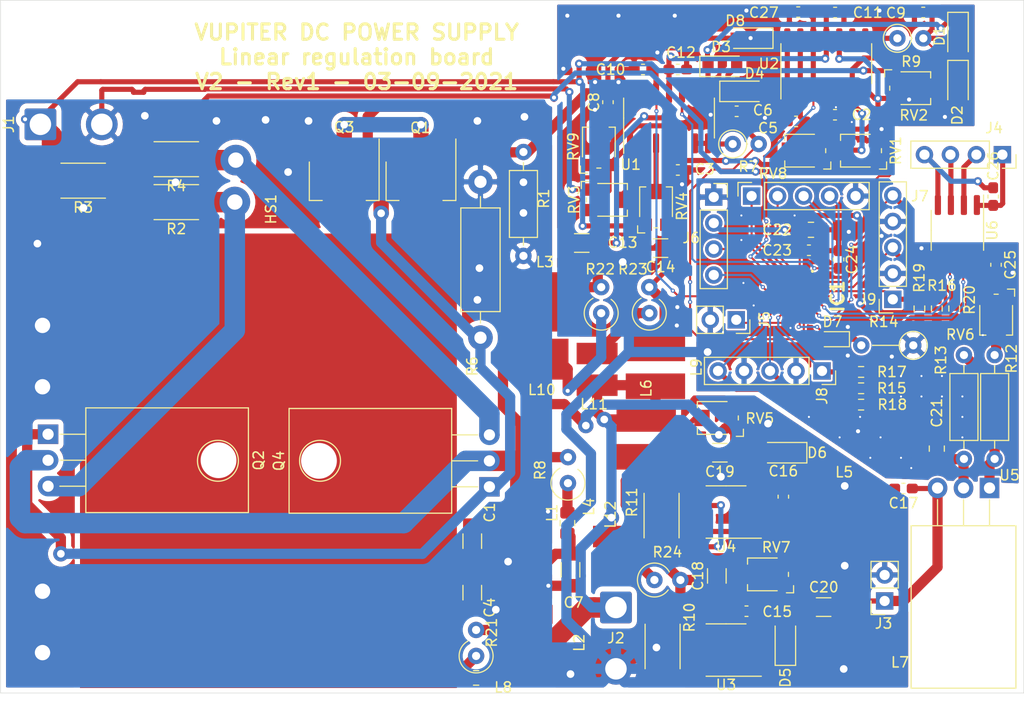
<source format=kicad_pcb>
(kicad_pcb (version 20171130) (host pcbnew 5.1.9-73d0e3b20d~88~ubuntu20.04.1)
  (layers (0 F.Cu signal) (31 B.Cu signal) (34 B.Paste user) (35 F.Paste user) (36 B.SilkS user) (37 F.SilkS user) (38 B.Mask user) (39 F.Mask user) (44 Edge.Cuts user))
  (net 0 "")
  (net 1 agp)
  (net 2 "Net-(C1-Pad1)")
  (net 3 vcc)
  (net 4 "Net-(C4-Pad1)")
  (net 5 "Net-(C5-Pad2)")
  (net 6 "Net-(C5-Pad1)")
  (net 7 vread)
  (net 8 vin)
  (net 9 "Net-(C8-Pad2)")
  (net 10 ad)
  (net 11 iread)
  (net 12 vset)
  (net 13 vgg)
  (net 14 "Net-(C15-Pad1)")
  (net 15 "Net-(C16-Pad1)")
  (net 16 5v)
  (net 17 pg3)
  (net 18 v3)
  (net 19 "Net-(C26-Pad2)")
  (net 20 "Net-(C26-Pad1)")
  (net 21 iset)
  (net 22 vref)
  (net 23 "Net-(D5-Pad1)")
  (net 24 "Net-(D6-Pad1)")
  (net 25 "Net-(D7-Pad2)")
  (net 26 "Net-(D7-Pad1)")
  (net 27 e2_a)
  (net 28 e2_b)
  (net 29 uart0_tx)
  (net 30 uart0_rx)
  (net 31 uart1_tx)
  (net 32 uart1_rx)
  (net 33 "Net-(IC1-Pad14)")
  (net 34 e1_a)
  (net 35 e1_b)
  (net 36 e1_pb)
  (net 37 sda)
  (net 38 scl)
  (net 39 c2d)
  (net 40 c2ck)
  (net 41 e2_pb)
  (net 42 outp)
  (net 43 "Net-(J4-Pad3)")
  (net 44 "Net-(J4-Pad2)")
  (net 45 "Net-(Q1-Pad3)")
  (net 46 "Net-(Q2-Pad3)")
  (net 47 "Net-(Q4-Pad3)")
  (net 48 isense)
  (net 49 "Net-(R7-Pad1)")
  (net 50 "Net-(R9-Pad1)")
  (net 51 "Net-(R10-Pad2)")
  (net 52 "Net-(R11-Pad2)")
  (net 53 "Net-(R12-Pad2)")
  (net 54 "Net-(R12-Pad1)")
  (net 55 "Net-(RV1-Pad2)")
  (net 56 "Net-(RV2-Pad2)")
  (net 57 "Net-(RV2-Pad3)")
  (net 58 "Net-(RV3-Pad2)")
  (net 59 "Net-(RV3-Pad3)")
  (net 60 "Net-(RV4-Pad2)")
  (net 61 "Net-(RV5-Pad2)")
  (net 62 "Net-(RV7-Pad2)")
  (net 63 "Net-(RV8-Pad1)")
  (net 64 "Net-(RV9-Pad1)")
  (net 65 vref_)
  (net 66 "Net-(C18-Pad1)")
  (net 67 "Net-(RV6-Pad1)")
  (net 68 "Net-(R5-Pad1)")
  (net 69 "Net-(L4-Pad1)")
  (net 70 "Net-(L8-Pad2)")
  (net 71 "Net-(L10-Pad2)")
  (net 72 "Net-(L11-Pad2)")
  (net 73 "Net-(L12-Pad2)")
  (module Resistor_THT:R_Axial_DIN0309_L9.0mm_D3.2mm_P2.54mm_Vertical (layer F.Cu) (at 85.4 109.2)
    (fp_text reference R24 (at 1.27 -2.72) (layer F.SilkS))
    (fp_text value 2)
    (pad 2 thru_hole oval (at 2.54 0) (size 1.6 1.6) (drill 0.8) (layers *.Cu *.Mask) (net 66 "Net-(C18-Pad1)"))
    (pad 1 thru_hole circle (at 0 0) (size 1.6 1.6) (drill 0.8) (layers *.Cu *.Mask) (net 73 "Net-(L12-Pad2)"))
  )
  (module Resistor_THT:R_Axial_DIN0309_L9.0mm_D3.2mm_P2.54mm_Vertical (layer F.Cu) (at 84.9 83.1 90)
    (fp_text reference R23 (at 4.3 -1.6 180) (layer F.SilkS))
    (fp_text value 2)
    (pad 2 thru_hole oval (at 2.54 0 90) (size 1.6 1.6) (drill 0.8) (layers *.Cu *.Mask) (net 3 vcc))
    (pad 1 thru_hole circle (at 0 0 90) (size 1.6 1.6) (drill 0.8) (layers *.Cu *.Mask) (net 72 "Net-(L11-Pad2)"))
  )
  (module Resistor_THT:R_Axial_DIN0309_L9.0mm_D3.2mm_P2.54mm_Vertical (layer F.Cu) (at 80.2 83.1 90)
    (fp_text reference R22 (at 4.3 -0.1 180) (layer F.SilkS))
    (fp_text value 2)
    (pad 2 thru_hole oval (at 2.54 0 90) (size 1.6 1.6) (drill 0.8) (layers *.Cu *.Mask) (net 13 vgg))
    (pad 1 thru_hole circle (at 0 0 90) (size 1.6 1.6) (drill 0.8) (layers *.Cu *.Mask) (net 71 "Net-(L10-Pad2)"))
  )
  (module Resistor_THT:R_Axial_DIN0309_L9.0mm_D3.2mm_P2.54mm_Vertical (layer F.Cu) (at 67.975 116.625 90)
    (fp_text reference R21 (at 2.275 1.525 90) (layer F.SilkS))
    (fp_text value 2)
    (pad 2 thru_hole oval (at 2.54 0 90) (size 1.6 1.6) (drill 0.8) (layers *.Cu *.Mask) (net 4 "Net-(C4-Pad1)"))
    (pad 1 thru_hole circle (at 0 0 90) (size 1.6 1.6) (drill 0.8) (layers *.Cu *.Mask) (net 70 "Net-(L8-Pad2)"))
  )
  (module Resistor_THT:R_Axial_DIN0309_L9.0mm_D3.2mm_P2.54mm_Vertical (layer F.Cu) (at 76.95 99.725 90)
    (fp_text reference R8 (at 1.27 -2.72 90) (layer F.SilkS))
    (fp_text value 2)
    (pad 2 thru_hole oval (at 2.54 0 90) (size 1.6 1.6) (drill 0.8) (layers *.Cu *.Mask) (net 2 "Net-(C1-Pad1)"))
    (pad 1 thru_hole circle (at 0 0 90) (size 1.6 1.6) (drill 0.8) (layers *.Cu *.Mask) (net 69 "Net-(L4-Pad1)"))
  )
  (module custom:SCCD43 (layer F.Cu) (at 81.4 106.5 270)
    (fp_text reference L12 (at -3.7 0.3 90) (layer F.SilkS))
    (fp_text value 3.3u)
    (pad 2 smd rect (at 1.55 0 270) (size 2.1 4) (layers F.Cu F.Paste F.Mask) (net 73 "Net-(L12-Pad2)"))
    (pad 1 smd rect (at -1.55 0 90) (size 2.1 4) (layers F.Cu F.Paste F.Mask) (net 8 vin))
  )
  (module custom:SCCD43 (layer F.Cu) (at 79.8 88.6 90)
    (fp_text reference L11 (at -3.4 -0.3 180) (layer F.SilkS))
    (fp_text value 3.3u)
    (pad 2 smd rect (at 1.55 0 90) (size 2.1 4) (layers F.Cu F.Paste F.Mask) (net 72 "Net-(L11-Pad2)"))
    (pad 1 smd rect (at -1.55 0 270) (size 2.1 4) (layers F.Cu F.Paste F.Mask) (net 8 vin))
  )
  (module custom:SCCD43 (layer F.Cu) (at 74.4 87.6)
    (fp_text reference L10 (at 0 3) (layer F.SilkS))
    (fp_text value 3.3u)
    (pad 2 smd rect (at 1.55 0) (size 2.1 4) (layers F.Cu F.Paste F.Mask) (net 71 "Net-(L10-Pad2)"))
    (pad 1 smd rect (at -1.55 0 180) (size 2.1 4) (layers F.Cu F.Paste F.Mask) (net 17 pg3))
  )
  (module custom:SCCD54 (layer F.Cu) (at 85.5 88.4 90)
    (fp_text reference L9 (at 0 4 90) (layer F.SilkS))
    (fp_text value 6.8u)
    (pad 2 smd rect (at 1.85 0 270) (size 2.5 5.8) (layers F.Cu F.Paste F.Mask) (net 3 vcc))
    (pad 1 smd rect (at -1.85 0 90) (size 2.5 5.8) (layers F.Cu F.Paste F.Mask) (net 8 vin))
  )
  (module Inductor_SMD:L_0805_2012Metric_Pad1.15x1.40mm_HandSolder (layer F.Cu) (at 67.975 118.775 180)
    (fp_text reference L8 (at -2.65 -0.925) (layer F.SilkS))
    (fp_text value 0.68u)
    (pad 2 smd roundrect (at 1.025 0 180) (size 1.15 1.4) (layers F.Cu F.Paste F.Mask) (roundrect_rratio 0.2173904347826087) (net 70 "Net-(L8-Pad2)"))
    (pad 1 smd roundrect (at -1.025 0 180) (size 1.15 1.4) (layers F.Cu F.Paste F.Mask) (roundrect_rratio 0.2173904347826087) (net 8 vin))
  )
  (module custom:SCCD54 (layer F.Cu) (at 84.6 95.3 270)
    (fp_text reference L6 (at -4.85 0 90) (layer F.SilkS))
    (fp_text value 6.8u)
    (pad 2 smd rect (at 1.85 0 90) (size 2.5 5.8) (layers F.Cu F.Paste F.Mask) (net 66 "Net-(C18-Pad1)"))
    (pad 1 smd rect (at -1.85 0 270) (size 2.5 5.8) (layers F.Cu F.Paste F.Mask) (net 8 vin))
  )
  (module Inductor_SMD:L_0805_2012Metric_Pad1.15x1.40mm_HandSolder (layer F.Cu) (at 76.9 103.64 270)
    (fp_text reference L4 (at -1.6 -2.1 90) (layer F.SilkS))
    (fp_text value 0.68u)
    (pad 2 smd roundrect (at 1.025 0 270) (size 1.15 1.4) (layers F.Cu F.Paste F.Mask) (roundrect_rratio 0.2173904347826087) (net 4 "Net-(C4-Pad1)"))
    (pad 1 smd roundrect (at -1.025 0 270) (size 1.15 1.4) (layers F.Cu F.Paste F.Mask) (roundrect_rratio 0.2173904347826087) (net 69 "Net-(L4-Pad1)"))
  )
  (module custom:SCCD54 (layer F.Cu) (at 74.7 82)
    (fp_text reference L3 (at 0 -3.9) (layer F.SilkS))
    (fp_text value 6.8u)
    (pad 2 smd rect (at 1.85 0 180) (size 2.5 5.8) (layers F.Cu F.Paste F.Mask) (net 13 vgg))
    (pad 1 smd rect (at -1.85 0) (size 2.5 5.8) (layers F.Cu F.Paste F.Mask) (net 17 pg3))
  )
  (module Capacitor_SMD:C_1206_3216Metric_Pad1.33x1.80mm_HandSolder (layer F.Cu) (at 91.5 108.8 90)
    (fp_text reference C18 (at 0 -1.85 90) (layer F.SilkS))
    (fp_text value 10u)
    (pad 2 smd roundrect (at 1.5625 0 90) (size 1.325 1.8) (layers F.Cu F.Paste F.Mask) (roundrect_rratio 0.1886777358490566) (net 1 agp))
    (pad 1 smd roundrect (at -1.5625 0 90) (size 1.325 1.8) (layers F.Cu F.Paste F.Mask) (roundrect_rratio 0.1886777358490566) (net 66 "Net-(C18-Pad1)"))
  )
  (module Capacitor_SMD:C_1206_3216Metric_Pad1.33x1.80mm_HandSolder (layer F.Cu) (at 77.2 108.2 270)
    (fp_text reference C7 (at 3.2 -0.3 180) (layer F.SilkS))
    (fp_text value 10u)
    (pad 2 smd roundrect (at 1.5625 0 270) (size 1.325 1.8) (layers F.Cu F.Paste F.Mask) (roundrect_rratio 0.1886777358490566) (net 1 agp))
    (pad 1 smd roundrect (at -1.5625 0 270) (size 1.325 1.8) (layers F.Cu F.Paste F.Mask) (roundrect_rratio 0.1886777358490566) (net 4 "Net-(C4-Pad1)"))
  )
  (module NetTie:NetTie-2_SMD_Pad0.5mm (layer F.Cu) (at 34.99 61.5 180)
    (fp_text reference R5 hide)
    (fp_text value 0)
    (fp_poly (pts (xy -0.5 -0.25) (xy 0.5 -0.25) (xy 0.5 0.25) (xy -0.5 0.25)) (layer F.Cu) (width 0))
    (pad 2 smd circle (at 0.5 0 180) (size 0.5 0.5) (layers F.Cu) (net 1 agp))
    (pad 1 smd circle (at -0.5 0 180) (size 0.5 0.5) (layers F.Cu) (net 68 "Net-(R5-Pad1)"))
  )
  (module Potentiometer_SMD:Potentiometer_Bourns_TC33X_Vertical (layer F.Cu) (at 91.5 93.35 180)
    (fp_text reference RV5 (at -4.2 -0.05) (layer F.SilkS))
    (fp_text value 20k)
    (pad 2 smd rect (at 1.45 0 180) (size 1.5 1.6) (layers F.Cu F.Paste F.Mask) (net 61 "Net-(RV5-Pad2)"))
    (pad 3 smd rect (at -1.8 1 180) (size 1.2 1.2) (layers F.Cu F.Paste F.Mask) (net 1 agp))
    (pad 1 smd rect (at -1.8 -1 180) (size 1.2 1.2) (layers F.Cu F.Paste F.Mask) (net 17 pg3))
  )
  (module Resistor_THT:R_Axial_DIN0207_L6.3mm_D2.5mm_P2.54mm_Vertical (layer F.Cu) (at 109.1451 56.2219)
    (fp_text reference R9 (at 1.3549 2.2781) (layer F.SilkS))
    (fp_text value 1k)
    (pad 2 thru_hole oval (at 2.54 0) (size 1.6 1.6) (drill 0.8) (layers *.Cu *.Mask) (net 11 iread))
    (pad 1 thru_hole circle (at 0 0) (size 1.6 1.6) (drill 0.8) (layers *.Cu *.Mask) (net 50 "Net-(R9-Pad1)"))
  )
  (module Resistor_THT:R_Axial_DIN0207_L6.3mm_D2.5mm_P2.54mm_Vertical (layer F.Cu) (at 93.0515 66.559)
    (fp_text reference R7 (at 1.5335 2.211) (layer F.SilkS))
    (fp_text value 1k)
    (pad 2 thru_hole oval (at 2.54 0) (size 1.6 1.6) (drill 0.8) (layers *.Cu *.Mask) (net 7 vread))
    (pad 1 thru_hole circle (at 0 0) (size 1.6 1.6) (drill 0.8) (layers *.Cu *.Mask) (net 49 "Net-(R7-Pad1)"))
  )
  (module Resistor_THT:R_Axial_DIN0207_L6.3mm_D2.5mm_P5.08mm_Vertical (layer F.Cu) (at 110.7 86.25 180)
    (fp_text reference R14 (at 2.9 2.3) (layer F.SilkS))
    (fp_text value 1k)
    (pad 2 thru_hole oval (at 5.08 0 180) (size 1.6 1.6) (drill 0.8) (layers *.Cu *.Mask) (net 26 "Net-(D7-Pad1)"))
    (pad 1 thru_hole circle (at 0 0 180) (size 1.6 1.6) (drill 0.8) (layers *.Cu *.Mask) (net 1 agp))
  )
  (module Package_SO:SOIC-8_3.9x4.9mm_P1.27mm (layer F.Cu) (at 115.010468 75.000648 270)
    (fp_text reference U6 (at 0 -3.4 90) (layer F.SilkS))
    (fp_text value pi121u31)
    (pad 8 smd roundrect (at 2.475 -1.905 270) (size 1.95 0.6) (layers F.Cu F.Paste F.Mask) (net 18 v3))
    (pad 7 smd roundrect (at 2.475 -0.635 270) (size 1.95 0.6) (layers F.Cu F.Paste F.Mask) (net 32 uart1_rx))
    (pad 6 smd roundrect (at 2.475 0.635 270) (size 1.95 0.6) (layers F.Cu F.Paste F.Mask) (net 31 uart1_tx))
    (pad 5 smd roundrect (at 2.475 1.905 270) (size 1.95 0.6) (layers F.Cu F.Paste F.Mask) (net 1 agp))
    (pad 4 smd roundrect (at -2.475 1.905 270) (size 1.95 0.6) (layers F.Cu F.Paste F.Mask) (net 19 "Net-(C26-Pad2)"))
    (pad 3 smd roundrect (at -2.475 0.635 270) (size 1.95 0.6) (layers F.Cu F.Paste F.Mask) (net 43 "Net-(J4-Pad3)"))
    (pad 2 smd roundrect (at -2.475 -0.635 270) (size 1.95 0.6) (layers F.Cu F.Paste F.Mask) (net 44 "Net-(J4-Pad2)"))
    (pad 1 smd roundrect (at -2.475 -1.905 270) (size 1.95 0.6) (layers F.Cu F.Paste F.Mask) (net 20 "Net-(C26-Pad1)"))
  )
  (module Package_TO_SOT_THT:TO-220-3_Horizontal_TabDown (layer F.Cu) (at 118.15 100.2 180)
    (fp_text reference U5 (at -1.95 1.25) (layer F.SilkS))
    (fp_text value LM317)
    (pad 3 thru_hole oval (at 5.08 0 180) (size 1.905 2) (drill 1.1) (layers *.Cu *.Mask) (net 16 5v))
    (pad 2 thru_hole oval (at 2.54 0 180) (size 1.905 2) (drill 1.1) (layers *.Cu *.Mask) (net 18 v3))
    (pad 1 thru_hole rect (at 0 0 180) (size 1.905 2) (drill 1.1) (layers *.Cu *.Mask) (net 54 "Net-(R12-Pad1)"))
    (pad "" np_thru_hole oval (at 2.54 -16.66 180) (size 3.5 3.5) (drill 3.5) (layers *.Cu *.Mask))
  )
  (module Package_SO:SOIC-8_3.9x4.9mm_P1.27mm (layer F.Cu) (at 92.4 102.55 180)
    (fp_text reference U4 (at 0 -3.4) (layer F.SilkS))
    (fp_text value MC33063AD)
    (pad 8 smd roundrect (at 2.475 -1.905 180) (size 1.95 0.6) (layers F.Cu F.Paste F.Mask) (net 52 "Net-(R11-Pad2)"))
    (pad 7 smd roundrect (at 2.475 -0.635 180) (size 1.95 0.6) (layers F.Cu F.Paste F.Mask) (net 52 "Net-(R11-Pad2)"))
    (pad 6 smd roundrect (at 2.475 0.635 180) (size 1.95 0.6) (layers F.Cu F.Paste F.Mask) (net 66 "Net-(C18-Pad1)"))
    (pad 5 smd roundrect (at 2.475 1.905 180) (size 1.95 0.6) (layers F.Cu F.Paste F.Mask) (net 61 "Net-(RV5-Pad2)"))
    (pad 4 smd roundrect (at -2.475 1.905 180) (size 1.95 0.6) (layers F.Cu F.Paste F.Mask) (net 17 pg3))
    (pad 3 smd roundrect (at -2.475 0.635 180) (size 1.95 0.6) (layers F.Cu F.Paste F.Mask) (net 15 "Net-(C16-Pad1)"))
    (pad 2 smd roundrect (at -2.475 -0.635 180) (size 1.95 0.6) (layers F.Cu F.Paste F.Mask) (net 24 "Net-(D6-Pad1)"))
    (pad 1 smd roundrect (at -2.475 -1.905 180) (size 1.95 0.6) (layers F.Cu F.Paste F.Mask) (net 52 "Net-(R11-Pad2)"))
  )
  (module Package_SO:SOIC-8_3.9x4.9mm_P1.27mm (layer F.Cu) (at 92.4 116.05 180)
    (fp_text reference U3 (at 0 -3.4) (layer F.SilkS))
    (fp_text value MC33063AD)
    (pad 8 smd roundrect (at 2.475 -1.905 180) (size 1.95 0.6) (layers F.Cu F.Paste F.Mask) (net 51 "Net-(R10-Pad2)"))
    (pad 7 smd roundrect (at 2.475 -0.635 180) (size 1.95 0.6) (layers F.Cu F.Paste F.Mask) (net 51 "Net-(R10-Pad2)"))
    (pad 6 smd roundrect (at 2.475 0.635 180) (size 1.95 0.6) (layers F.Cu F.Paste F.Mask) (net 66 "Net-(C18-Pad1)"))
    (pad 5 smd roundrect (at 2.475 1.905 180) (size 1.95 0.6) (layers F.Cu F.Paste F.Mask) (net 62 "Net-(RV7-Pad2)"))
    (pad 4 smd roundrect (at -2.475 1.905 180) (size 1.95 0.6) (layers F.Cu F.Paste F.Mask) (net 1 agp))
    (pad 3 smd roundrect (at -2.475 0.635 180) (size 1.95 0.6) (layers F.Cu F.Paste F.Mask) (net 14 "Net-(C15-Pad1)"))
    (pad 2 smd roundrect (at -2.475 -0.635 180) (size 1.95 0.6) (layers F.Cu F.Paste F.Mask) (net 23 "Net-(D5-Pad1)"))
    (pad 1 smd roundrect (at -2.475 -1.905 180) (size 1.95 0.6) (layers F.Cu F.Paste F.Mask) (net 51 "Net-(R10-Pad2)"))
  )
  (module Package_SO:SOIC-14_3.9x8.7mm_P1.27mm (layer F.Cu) (at 102.1982 58.6984 90)
    (fp_text reference U2 (at -0.0116 -5.6082 180) (layer F.SilkS))
    (fp_text value TL084h)
    (pad 14 smd roundrect (at 2.475 -3.81 90) (size 1.95 0.6) (layers F.Cu F.Paste F.Mask) (net 6 "Net-(C5-Pad1)"))
    (pad 13 smd roundrect (at 2.475 -2.54 90) (size 1.95 0.6) (layers F.Cu F.Paste F.Mask) (net 5 "Net-(C5-Pad2)"))
    (pad 12 smd roundrect (at 2.475 -1.27 90) (size 1.95 0.6) (layers F.Cu F.Paste F.Mask) (net 21 iset))
    (pad 11 smd roundrect (at 2.475 0 90) (size 1.95 0.6) (layers F.Cu F.Paste F.Mask) (net 13 vgg))
    (pad 10 smd roundrect (at 2.475 1.27 90) (size 1.95 0.6) (layers F.Cu F.Paste F.Mask) (net 57 "Net-(RV2-Pad3)"))
    (pad 9 smd roundrect (at 2.475 2.54 90) (size 1.95 0.6) (layers F.Cu F.Paste F.Mask) (net 50 "Net-(R9-Pad1)"))
    (pad 8 smd roundrect (at 2.475 3.81 90) (size 1.95 0.6) (layers F.Cu F.Paste F.Mask) (net 50 "Net-(R9-Pad1)"))
    (pad 7 smd roundrect (at -2.475 3.81 90) (size 1.95 0.6) (layers F.Cu F.Paste F.Mask) (net 57 "Net-(RV2-Pad3)"))
    (pad 6 smd roundrect (at -2.475 2.54 90) (size 1.95 0.6) (layers F.Cu F.Paste F.Mask) (net 56 "Net-(RV2-Pad2)"))
    (pad 5 smd roundrect (at -2.475 1.27 90) (size 1.95 0.6) (layers F.Cu F.Paste F.Mask) (net 55 "Net-(RV1-Pad2)"))
    (pad 4 smd roundrect (at -2.475 0 90) (size 1.95 0.6) (layers F.Cu F.Paste F.Mask) (net 3 vcc))
    (pad 3 smd roundrect (at -2.475 -1.27 90) (size 1.95 0.6) (layers F.Cu F.Paste F.Mask) (net 21 iset))
    (pad 2 smd roundrect (at -2.475 -2.54 90) (size 1.95 0.6) (layers F.Cu F.Paste F.Mask) (net 5 "Net-(C5-Pad2)"))
    (pad 1 smd roundrect (at -2.475 -3.81 90) (size 1.95 0.6) (layers F.Cu F.Paste F.Mask) (net 6 "Net-(C5-Pad1)"))
  )
  (module Package_SO:SOIC-14_3.9x8.7mm_P1.27mm (layer F.Cu) (at 86.8285 64.019 90)
    (fp_text reference U1 (at -4.551 -3.7435 180) (layer F.SilkS))
    (fp_text value TL084h)
    (pad 14 smd roundrect (at 2.475 -3.81 90) (size 1.95 0.6) (layers F.Cu F.Paste F.Mask) (net 10 ad))
    (pad 13 smd roundrect (at 2.475 -2.54 90) (size 1.95 0.6) (layers F.Cu F.Paste F.Mask) (net 9 "Net-(C8-Pad2)"))
    (pad 12 smd roundrect (at 2.475 -1.27 90) (size 1.95 0.6) (layers F.Cu F.Paste F.Mask) (net 12 vset))
    (pad 11 smd roundrect (at 2.475 0 90) (size 1.95 0.6) (layers F.Cu F.Paste F.Mask) (net 13 vgg))
    (pad 10 smd roundrect (at 2.475 1.27 90) (size 1.95 0.6) (layers F.Cu F.Paste F.Mask) (net 65 vref_))
    (pad 9 smd roundrect (at 2.475 2.54 90) (size 1.95 0.6) (layers F.Cu F.Paste F.Mask) (net 22 vref))
    (pad 8 smd roundrect (at 2.475 3.81 90) (size 1.95 0.6) (layers F.Cu F.Paste F.Mask) (net 22 vref))
    (pad 7 smd roundrect (at -2.475 3.81 90) (size 1.95 0.6) (layers F.Cu F.Paste F.Mask) (net 49 "Net-(R7-Pad1)"))
    (pad 6 smd roundrect (at -2.475 2.54 90) (size 1.95 0.6) (layers F.Cu F.Paste F.Mask) (net 49 "Net-(R7-Pad1)"))
    (pad 5 smd roundrect (at -2.475 1.27 90) (size 1.95 0.6) (layers F.Cu F.Paste F.Mask) (net 59 "Net-(RV3-Pad3)"))
    (pad 4 smd roundrect (at -2.475 0 90) (size 1.95 0.6) (layers F.Cu F.Paste F.Mask) (net 3 vcc))
    (pad 3 smd roundrect (at -2.475 -1.27 90) (size 1.95 0.6) (layers F.Cu F.Paste F.Mask) (net 60 "Net-(RV4-Pad2)"))
    (pad 2 smd roundrect (at -2.475 -2.54 90) (size 1.95 0.6) (layers F.Cu F.Paste F.Mask) (net 58 "Net-(RV3-Pad2)"))
    (pad 1 smd roundrect (at -2.475 -3.81 90) (size 1.95 0.6) (layers F.Cu F.Paste F.Mask) (net 59 "Net-(RV3-Pad3)"))
  )
  (module Potentiometer_SMD:Potentiometer_Bourns_TC33X_Vertical (layer F.Cu) (at 79.9705 66.813 90)
    (fp_text reference RV9 (at 0 -2.5 90) (layer F.SilkS))
    (fp_text value 1k)
    (pad 2 smd rect (at 1.45 0 90) (size 1.5 1.6) (layers F.Cu F.Paste F.Mask) (net 9 "Net-(C8-Pad2)"))
    (pad 3 smd rect (at -1.8 1 90) (size 1.2 1.2) (layers F.Cu F.Paste F.Mask) (net 59 "Net-(RV3-Pad3)"))
    (pad 1 smd rect (at -1.8 -1 90) (size 1.2 1.2) (layers F.Cu F.Paste F.Mask) (net 64 "Net-(RV9-Pad1)"))
  )
  (module Potentiometer_SMD:Potentiometer_Bourns_TC33X_Vertical (layer F.Cu) (at 100.04 67.21 180)
    (fp_text reference RV8 (at 3.05 -2.25) (layer F.SilkS))
    (fp_text value 1k)
    (pad 2 smd rect (at 1.45 0 180) (size 1.5 1.6) (layers F.Cu F.Paste F.Mask) (net 5 "Net-(C5-Pad2)"))
    (pad 3 smd rect (at -1.8 1 180) (size 1.2 1.2) (layers F.Cu F.Paste F.Mask) (net 57 "Net-(RV2-Pad3)"))
    (pad 1 smd rect (at -1.8 -1 180) (size 1.2 1.2) (layers F.Cu F.Paste F.Mask) (net 63 "Net-(RV8-Pad1)"))
  )
  (module Potentiometer_SMD:Potentiometer_Bourns_TC33X_Vertical (layer F.Cu) (at 96.4 108.65 180)
    (fp_text reference RV7 (at -0.9 2.65) (layer F.SilkS))
    (fp_text value 20k)
    (pad 2 smd rect (at 1.45 0 180) (size 1.5 1.6) (layers F.Cu F.Paste F.Mask) (net 62 "Net-(RV7-Pad2)"))
    (pad 3 smd rect (at -1.8 1 180) (size 1.2 1.2) (layers F.Cu F.Paste F.Mask) (net 16 5v))
    (pad 1 smd rect (at -1.8 -1 180) (size 1.2 1.2) (layers F.Cu F.Paste F.Mask) (net 1 agp))
  )
  (module Potentiometer_SMD:Potentiometer_Bourns_TC33X_Vertical (layer F.Cu) (at 118.8 83.35 270)
    (fp_text reference RV6 (at 1.85 3.5) (layer F.SilkS))
    (fp_text value 1k)
    (pad 2 smd rect (at 1.45 0 270) (size 1.5 1.6) (layers F.Cu F.Paste F.Mask) (net 53 "Net-(R12-Pad2)"))
    (pad 3 smd rect (at -1.8 1 270) (size 1.2 1.2) (layers F.Cu F.Paste F.Mask) (net 1 agp))
    (pad 1 smd rect (at -1.8 -1 270) (size 1.2 1.2) (layers F.Cu F.Paste F.Mask) (net 67 "Net-(RV6-Pad1)"))
  )
  (module Potentiometer_SMD:Potentiometer_Bourns_TC33X_Vertical (layer F.Cu) (at 85.5585 72.655 90)
    (fp_text reference RV4 (at 0 2.54 90) (layer F.SilkS))
    (fp_text value 50k)
    (pad 2 smd rect (at 1.45 0 90) (size 1.5 1.6) (layers F.Cu F.Paste F.Mask) (net 60 "Net-(RV4-Pad2)"))
    (pad 3 smd rect (at -1.8 1 90) (size 1.2 1.2) (layers F.Cu F.Paste F.Mask) (net 1 agp))
    (pad 1 smd rect (at -1.8 -1 90) (size 1.2 1.2) (layers F.Cu F.Paste F.Mask) (net 42 outp))
  )
  (module Potentiometer_SMD:Potentiometer_Bourns_TC33X_Vertical (layer F.Cu) (at 80.8595 72.02)
    (fp_text reference RV3 (at -3.302 0 270) (layer F.SilkS))
    (fp_text value 50k)
    (pad 2 smd rect (at 1.45 0) (size 1.5 1.6) (layers F.Cu F.Paste F.Mask) (net 58 "Net-(RV3-Pad2)"))
    (pad 3 smd rect (at -1.8 1) (size 1.2 1.2) (layers F.Cu F.Paste F.Mask) (net 59 "Net-(RV3-Pad3)"))
    (pad 1 smd rect (at -1.8 -1) (size 1.2 1.2) (layers F.Cu F.Paste F.Mask) (net 68 "Net-(R5-Pad1)"))
  )
  (module Potentiometer_SMD:Potentiometer_Bourns_TC33X_Vertical (layer F.Cu) (at 110.4982 61.0984)
    (fp_text reference RV2 (at 0.2518 2.6516) (layer F.SilkS))
    (fp_text value 50k)
    (pad 2 smd rect (at 1.45 0) (size 1.5 1.6) (layers F.Cu F.Paste F.Mask) (net 56 "Net-(RV2-Pad2)"))
    (pad 3 smd rect (at -1.8 1) (size 1.2 1.2) (layers F.Cu F.Paste F.Mask) (net 57 "Net-(RV2-Pad3)"))
    (pad 1 smd rect (at -1.8 -1) (size 1.2 1.2) (layers F.Cu F.Paste F.Mask) (net 42 outp))
  )
  (module Potentiometer_SMD:Potentiometer_Bourns_TC33X_Vertical (layer F.Cu) (at 105.49 67.21 180)
    (fp_text reference RV1 (at -3.5 0 270) (layer F.SilkS))
    (fp_text value 50k)
    (pad 2 smd rect (at 1.45 0 180) (size 1.5 1.6) (layers F.Cu F.Paste F.Mask) (net 55 "Net-(RV1-Pad2)"))
    (pad 3 smd rect (at -1.8 1 180) (size 1.2 1.2) (layers F.Cu F.Paste F.Mask) (net 1 agp))
    (pad 1 smd rect (at -1.8 -1 180) (size 1.2 1.2) (layers F.Cu F.Paste F.Mask) (net 48 isense))
  )
  (module Resistor_SMD:R_0603_1608Metric_Pad0.98x0.95mm_HandSolder (layer F.Cu) (at 114.7 82.65 270)
    (fp_text reference R20 (at -0.85 -1.5 270) (layer F.SilkS))
    (fp_text value 10k)
    (pad 2 smd roundrect (at 0.9125 0 270) (size 0.975 0.95) (layers F.Cu F.Paste F.Mask) (net 18 v3))
    (pad 1 smd roundrect (at -0.9125 0 270) (size 0.975 0.95) (layers F.Cu F.Paste F.Mask) (net 41 e2_pb))
  )
  (module Resistor_SMD:R_0603_1608Metric_Pad0.98x0.95mm_HandSolder (layer F.Cu) (at 111.3 82.65 270)
    (fp_text reference R19 (at -3 0.015 90) (layer F.SilkS))
    (fp_text value 10k)
    (pad 2 smd roundrect (at 0.9125 0 270) (size 0.975 0.95) (layers F.Cu F.Paste F.Mask) (net 18 v3))
    (pad 1 smd roundrect (at -0.9125 0 270) (size 0.975 0.95) (layers F.Cu F.Paste F.Mask) (net 27 e2_a))
  )
  (module Resistor_SMD:R_0603_1608Metric_Pad0.98x0.95mm_HandSolder (layer F.Cu) (at 105.6 92.05)
    (fp_text reference R18 (at 3.05 0) (layer F.SilkS))
    (fp_text value 10k)
    (pad 2 smd roundrect (at 0.9125 0) (size 0.975 0.95) (layers F.Cu F.Paste F.Mask) (net 18 v3))
    (pad 1 smd roundrect (at -0.9125 0) (size 0.975 0.95) (layers F.Cu F.Paste F.Mask) (net 36 e1_pb))
  )
  (module Resistor_SMD:R_0603_1608Metric_Pad0.98x0.95mm_HandSolder (layer F.Cu) (at 105.6 88.85)
    (fp_text reference R17 (at 3 0) (layer F.SilkS))
    (fp_text value 10k)
    (pad 2 smd roundrect (at 0.9125 0) (size 0.975 0.95) (layers F.Cu F.Paste F.Mask) (net 18 v3))
    (pad 1 smd roundrect (at -0.9125 0) (size 0.975 0.95) (layers F.Cu F.Paste F.Mask) (net 34 e1_a))
  )
  (module Resistor_SMD:R_0603_1608Metric_Pad0.98x0.95mm_HandSolder (layer F.Cu) (at 113 82.65 90)
    (fp_text reference R16 (at 2.25 0.5) (layer F.SilkS))
    (fp_text value 10k)
    (pad 2 smd roundrect (at 0.9125 0 90) (size 0.975 0.95) (layers F.Cu F.Paste F.Mask) (net 28 e2_b))
    (pad 1 smd roundrect (at -0.9125 0 90) (size 0.975 0.95) (layers F.Cu F.Paste F.Mask) (net 18 v3))
  )
  (module Resistor_SMD:R_0603_1608Metric_Pad0.98x0.95mm_HandSolder (layer F.Cu) (at 105.6 90.45 180)
    (fp_text reference R15 (at -3 0) (layer F.SilkS))
    (fp_text value 10k)
    (pad 2 smd roundrect (at 0.9125 0 180) (size 0.975 0.95) (layers F.Cu F.Paste F.Mask) (net 35 e1_b))
    (pad 1 smd roundrect (at -0.9125 0 180) (size 0.975 0.95) (layers F.Cu F.Paste F.Mask) (net 18 v3))
  )
  (module Resistor_THT:R_Axial_DIN0207_L6.3mm_D2.5mm_P10.16mm_Horizontal (layer F.Cu) (at 115.65 97.36 90)
    (fp_text reference R13 (at 9.66 -2.25 90) (layer F.SilkS))
    (fp_text value 1k)
    (pad 2 thru_hole oval (at 10.16 0 90) (size 1.6 1.6) (drill 0.8) (layers *.Cu *.Mask) (net 54 "Net-(R12-Pad1)"))
    (pad 1 thru_hole circle (at 0 0 90) (size 1.6 1.6) (drill 0.8) (layers *.Cu *.Mask) (net 18 v3))
  )
  (module Resistor_THT:R_Axial_DIN0207_L6.3mm_D2.5mm_P10.16mm_Horizontal (layer F.Cu) (at 118.65 97.36 90)
    (fp_text reference R12 (at 9.81 1.65 270) (layer F.SilkS))
    (fp_text value 1k)
    (pad 2 thru_hole oval (at 10.16 0 90) (size 1.6 1.6) (drill 0.8) (layers *.Cu *.Mask) (net 53 "Net-(R12-Pad2)"))
    (pad 1 thru_hole circle (at 0 0 90) (size 1.6 1.6) (drill 0.8) (layers *.Cu *.Mask) (net 54 "Net-(R12-Pad1)"))
  )
  (module Resistor_SMD:R_2512_6332Metric_Pad1.40x3.35mm_HandSolder (layer F.Cu) (at 86.1 102.9 90)
    (fp_text reference R11 (at 1.3 -2.9 90) (layer F.SilkS))
    (fp_text value 0.44)
    (pad 2 smd roundrect (at 3.05 0 90) (size 1.4 3.35) (layers F.Cu F.Paste F.Mask) (roundrect_rratio 0.1785707142857143) (net 52 "Net-(R11-Pad2)"))
    (pad 1 smd roundrect (at -3.05 0 90) (size 1.4 3.35) (layers F.Cu F.Paste F.Mask) (roundrect_rratio 0.1785707142857143) (net 66 "Net-(C18-Pad1)"))
  )
  (module Resistor_SMD:R_2512_6332Metric_Pad1.40x3.35mm_HandSolder (layer F.Cu) (at 86.2 115.7 270)
    (fp_text reference R10 (at -2.835 -2.62 90) (layer F.SilkS))
    (fp_text value 0.3)
    (pad 2 smd roundrect (at 3.05 0 270) (size 1.4 3.35) (layers F.Cu F.Paste F.Mask) (roundrect_rratio 0.1785707142857143) (net 51 "Net-(R10-Pad2)"))
    (pad 1 smd roundrect (at -3.05 0 270) (size 1.4 3.35) (layers F.Cu F.Paste F.Mask) (roundrect_rratio 0.1785707142857143) (net 66 "Net-(C18-Pad1)"))
  )
  (module Resistor_THT:R_Axial_DIN0411_L9.9mm_D3.6mm_P15.24mm_Horizontal (layer F.Cu) (at 68.4 85.5 90)
    (fp_text reference R6 (at -2.8 -0.8 90) (layer F.SilkS))
    (fp_text value 2.7k)
    (pad 2 thru_hole oval (at 15.24 0 90) (size 2.4 2.4) (drill 1.2) (layers *.Cu *.Mask) (net 1 agp))
    (pad 1 thru_hole circle (at 0 0 90) (size 2.4 2.4) (drill 1.2) (layers *.Cu *.Mask) (net 45 "Net-(Q1-Pad3)"))
  )
  (module Resistor_SMD:R_2512_6332Metric_Pad1.40x3.35mm_HandSolder (layer F.Cu) (at 38.6755 68.045 180)
    (fp_text reference R4 (at 0 -2.62) (layer F.SilkS))
    (fp_text value 0.1)
    (pad 2 smd roundrect (at 3.05 0 180) (size 1.4 3.35) (layers F.Cu F.Paste F.Mask) (roundrect_rratio 0.1785707142857143) (net 48 isense))
    (pad 1 smd roundrect (at -3.05 0 180) (size 1.4 3.35) (layers F.Cu F.Paste F.Mask) (roundrect_rratio 0.1785707142857143) (net 47 "Net-(Q4-Pad3)"))
  )
  (module Resistor_SMD:R_2512_6332Metric_Pad1.40x3.35mm_HandSolder (layer F.Cu) (at 29.5755 70.145 180)
    (fp_text reference R3 (at 0 -2.62) (layer F.SilkS))
    (fp_text value 0.05)
    (pad 2 smd roundrect (at 3.05 0 180) (size 1.4 3.35) (layers F.Cu F.Paste F.Mask) (roundrect_rratio 0.1785707142857143) (net 42 outp))
    (pad 1 smd roundrect (at -3.05 0 180) (size 1.4 3.35) (layers F.Cu F.Paste F.Mask) (roundrect_rratio 0.1785707142857143) (net 48 isense))
  )
  (module Resistor_SMD:R_2512_6332Metric_Pad1.40x3.35mm_HandSolder (layer F.Cu) (at 38.6755 72.245 180)
    (fp_text reference R2 (at 0 -2.62) (layer F.SilkS))
    (fp_text value 0.1)
    (pad 2 smd roundrect (at 3.05 0 180) (size 1.4 3.35) (layers F.Cu F.Paste F.Mask) (roundrect_rratio 0.1785707142857143) (net 48 isense))
    (pad 1 smd roundrect (at -3.05 0 180) (size 1.4 3.35) (layers F.Cu F.Paste F.Mask) (roundrect_rratio 0.1785707142857143) (net 46 "Net-(Q2-Pad3)"))
  )
  (module Resistor_THT:R_Axial_DIN0207_L6.3mm_D2.5mm_P10.16mm_Horizontal (layer F.Cu) (at 72.6 77.5 90)
    (fp_text reference R1 (at 5.6 2 90) (layer F.SilkS))
    (fp_text value 6k)
    (pad 2 thru_hole oval (at 10.16 0 90) (size 1.6 1.6) (drill 0.8) (layers *.Cu *.Mask) (net 10 ad))
    (pad 1 thru_hole circle (at 0 0 90) (size 1.6 1.6) (drill 0.8) (layers *.Cu *.Mask) (net 1 agp))
  )
  (module Package_TO_SOT_THT:TO-220-3_Horizontal_TabDown (layer F.Cu) (at 69.2755 100.085 90)
    (fp_text reference Q4 (at 2.54 -20.58 90) (layer F.SilkS))
    (fp_text value TIP41C)
    (pad 3 thru_hole oval (at 5.08 0 90) (size 1.905 2) (drill 1.1) (layers *.Cu *.Mask) (net 47 "Net-(Q4-Pad3)"))
    (pad 2 thru_hole oval (at 2.54 0 90) (size 1.905 2) (drill 1.1) (layers *.Cu *.Mask) (net 2 "Net-(C1-Pad1)"))
    (pad 1 thru_hole rect (at 0 0 90) (size 1.905 2) (drill 1.1) (layers *.Cu *.Mask) (net 45 "Net-(Q1-Pad3)"))
    (pad "" np_thru_hole oval (at 2.54 -16.66 90) (size 3.5 3.5) (drill 3.5) (layers *.Cu *.Mask))
  )
  (module Package_TO_SOT_SMD:SOT-223 (layer F.Cu) (at 55.085 70.17 270)
    (fp_text reference Q3 (at -5.25 0 180) (layer F.SilkS))
    (fp_text value 2N3904)
    (pad 1 smd rect (at -3.15 -2.3 270) (size 2 1.5) (layers F.Cu F.Paste F.Mask) (net 10 ad))
    (pad 3 smd rect (at -3.15 2.3 270) (size 2 1.5) (layers F.Cu F.Paste F.Mask) (net 45 "Net-(Q1-Pad3)"))
    (pad 2 smd rect (at -3.15 0 270) (size 2 1.5) (layers F.Cu F.Paste F.Mask) (net 2 "Net-(C1-Pad1)"))
    (pad 4 smd rect (at 3.15 0 270) (size 2 3.8) (layers F.Cu F.Paste F.Mask))
  )
  (module Package_TO_SOT_THT:TO-220-3_Horizontal_TabDown (layer F.Cu) (at 26.1425 94.945 270)
    (fp_text reference Q2 (at 2.54 -20.58 90) (layer F.SilkS))
    (fp_text value TIP41C)
    (pad 3 thru_hole oval (at 5.08 0 270) (size 1.905 2) (drill 1.1) (layers *.Cu *.Mask) (net 46 "Net-(Q2-Pad3)"))
    (pad 2 thru_hole oval (at 2.54 0 270) (size 1.905 2) (drill 1.1) (layers *.Cu *.Mask) (net 2 "Net-(C1-Pad1)"))
    (pad 1 thru_hole rect (at 0 0 270) (size 1.905 2) (drill 1.1) (layers *.Cu *.Mask) (net 45 "Net-(Q1-Pad3)"))
    (pad "" np_thru_hole oval (at 2.54 -16.66 270) (size 3.5 3.5) (drill 3.5) (layers *.Cu *.Mask))
  )
  (module Package_TO_SOT_SMD:SOT-223 (layer F.Cu) (at 62.585 70.17 270)
    (fp_text reference Q1 (at -5.2 0.05 180) (layer F.SilkS))
    (fp_text value 2N3904)
    (pad 1 smd rect (at -3.15 -2.3 270) (size 2 1.5) (layers F.Cu F.Paste F.Mask) (net 10 ad))
    (pad 3 smd rect (at -3.15 2.3 270) (size 2 1.5) (layers F.Cu F.Paste F.Mask) (net 45 "Net-(Q1-Pad3)"))
    (pad 2 smd rect (at -3.15 0 270) (size 2 1.5) (layers F.Cu F.Paste F.Mask) (net 2 "Net-(C1-Pad1)"))
    (pad 4 smd rect (at 3.15 0 270) (size 2 3.8) (layers F.Cu F.Paste F.Mask))
  )
  (module custom:SLO0630H330MTT (layer F.Cu) (at 104 116.75)
    (fp_text reference L7 (at 5.4 0.5) (layer F.SilkS))
    (fp_text value 28u)
    (pad 2 smd rect (at 2.775 0) (size 1.95 3) (layers F.Cu F.Paste F.Mask) (net 16 5v))
    (pad 1 smd rect (at -2.775 0 180) (size 1.95 3) (layers F.Cu F.Paste F.Mask) (net 23 "Net-(D5-Pad1)"))
  )
  (module custom:GCDA0650-470MC (layer F.Cu) (at 103.9 103.15 180)
    (fp_text reference L5 (at -0.05 4.5) (layer F.SilkS))
    (fp_text value 50u)
    (pad 2 smd rect (at 3.225 0 180) (size 2.95 2.5) (layers F.Cu F.Paste F.Mask) (net 24 "Net-(D6-Pad1)"))
    (pad 1 smd rect (at -3.225 0) (size 2.95 2.5) (layers F.Cu F.Paste F.Mask) (net 1 agp))
  )
  (module custom:MCS0630-1R5MN2 (layer F.Cu) (at 73.7 115.335 90)
    (fp_text reference L2 (at 0 4.35 90) (layer F.SilkS))
    (fp_text value 1.5u)
    (pad 2 smd rect (at 2.775 0 270) (size 1.85 3.5) (layers F.Cu F.Paste F.Mask) (net 4 "Net-(C4-Pad1)"))
    (pad 1 smd rect (at -2.775 0 90) (size 1.85 3.5) (layers F.Cu F.Paste F.Mask) (net 8 vin))
  )
  (module custom:MCS0630-1R5MN2 (layer F.Cu) (at 72.3 107.3 90)
    (fp_text reference L1 (at 4.66 3.1 90) (layer F.SilkS))
    (fp_text value 1.5u)
    (pad 2 smd rect (at 2.775 0 270) (size 1.85 3.5) (layers F.Cu F.Paste F.Mask) (net 2 "Net-(C1-Pad1)"))
    (pad 1 smd rect (at -2.775 0 90) (size 1.85 3.5) (layers F.Cu F.Paste F.Mask) (net 4 "Net-(C4-Pad1)"))
  )
  (module Connector_PinSocket_2.54mm:PinSocket_1x05_P2.54mm_Vertical (layer F.Cu) (at 108.7 81.75 180)
    (fp_text reference J9 (at 2.45 0) (layer F.SilkS))
    (fp_text value e2)
    (pad 5 thru_hole oval (at 0 10.16 180) (size 1.7 1.7) (drill 1) (layers *.Cu *.Mask) (net 41 e2_pb))
    (pad 4 thru_hole oval (at 0 7.62 180) (size 1.7 1.7) (drill 1) (layers *.Cu *.Mask) (net 1 agp))
    (pad 3 thru_hole oval (at 0 5.08 180) (size 1.7 1.7) (drill 1) (layers *.Cu *.Mask) (net 28 e2_b))
    (pad 2 thru_hole oval (at 0 2.54 180) (size 1.7 1.7) (drill 1) (layers *.Cu *.Mask) (net 1 agp))
    (pad 1 thru_hole rect (at 0 0 180) (size 1.7 1.7) (drill 1) (layers *.Cu *.Mask) (net 27 e2_a))
  )
  (module Connector_PinSocket_2.54mm:PinSocket_1x05_P2.54mm_Vertical (layer F.Cu) (at 101.78 88.75 270)
    (fp_text reference J8 (at 2.45 0 90) (layer F.SilkS))
    (fp_text value e1)
    (pad 5 thru_hole oval (at 0 10.16 270) (size 1.7 1.7) (drill 1) (layers *.Cu *.Mask) (net 36 e1_pb))
    (pad 4 thru_hole oval (at 0 7.62 270) (size 1.7 1.7) (drill 1) (layers *.Cu *.Mask) (net 1 agp))
    (pad 3 thru_hole oval (at 0 5.08 270) (size 1.7 1.7) (drill 1) (layers *.Cu *.Mask) (net 35 e1_b))
    (pad 2 thru_hole oval (at 0 2.54 270) (size 1.7 1.7) (drill 1) (layers *.Cu *.Mask) (net 1 agp))
    (pad 1 thru_hole rect (at 0 0 270) (size 1.7 1.7) (drill 1) (layers *.Cu *.Mask) (net 34 e1_a))
  )
  (module Connector_PinSocket_2.54mm:PinSocket_1x05_P2.54mm_Vertical (layer F.Cu) (at 94.9 71.65 90)
    (fp_text reference J7 (at -0.01 16.44 180) (layer F.SilkS))
    (fp_text value prog)
    (pad 5 thru_hole oval (at 0 10.16 90) (size 1.7 1.7) (drill 1) (layers *.Cu *.Mask) (net 1 agp))
    (pad 4 thru_hole oval (at 0 7.62 90) (size 1.7 1.7) (drill 1) (layers *.Cu *.Mask) (net 30 uart0_rx))
    (pad 3 thru_hole oval (at 0 5.08 90) (size 1.7 1.7) (drill 1) (layers *.Cu *.Mask) (net 29 uart0_tx))
    (pad 2 thru_hole oval (at 0 2.54 90) (size 1.7 1.7) (drill 1) (layers *.Cu *.Mask) (net 40 c2ck))
    (pad 1 thru_hole rect (at 0 0 90) (size 1.7 1.7) (drill 1) (layers *.Cu *.Mask) (net 39 c2d))
  )
  (module Connector_PinSocket_2.54mm:PinSocket_1x04_P2.54mm_Vertical (layer F.Cu) (at 91.2 71.75)
    (fp_text reference J6 (at -2.2 4) (layer F.SilkS))
    (fp_text value screen)
    (pad 4 thru_hole oval (at 0 7.62) (size 1.7 1.7) (drill 1) (layers *.Cu *.Mask) (net 37 sda))
    (pad 3 thru_hole oval (at 0 5.08) (size 1.7 1.7) (drill 1) (layers *.Cu *.Mask) (net 38 scl))
    (pad 2 thru_hole oval (at 0 2.54) (size 1.7 1.7) (drill 1) (layers *.Cu *.Mask) (net 18 v3))
    (pad 1 thru_hole rect (at 0 0) (size 1.7 1.7) (drill 1) (layers *.Cu *.Mask) (net 1 agp))
  )
  (module Connector_PinSocket_2.54mm:PinSocket_1x02_P2.54mm_Vertical (layer F.Cu) (at 93.4 83.75 270)
    (fp_text reference J5 (at 0 -2.77 90) (layer F.SilkS))
    (fp_text value extra)
    (pad 2 thru_hole oval (at 0 2.54 270) (size 1.7 1.7) (drill 1) (layers *.Cu *.Mask) (net 1 agp))
    (pad 1 thru_hole rect (at 0 0 270) (size 1.7 1.7) (drill 1) (layers *.Cu *.Mask) (net 33 "Net-(IC1-Pad14)"))
  )
  (module Connector_PinSocket_2.54mm:PinSocket_1x04_P2.54mm_Vertical (layer F.Cu) (at 119.410467 67.600648 270)
    (fp_text reference J4 (at -2.600648 0.810467 180) (layer F.SilkS))
    (fp_text value iso_uart)
    (pad 4 thru_hole oval (at 0 7.62 270) (size 1.7 1.7) (drill 1) (layers *.Cu *.Mask) (net 19 "Net-(C26-Pad2)"))
    (pad 3 thru_hole oval (at 0 5.08 270) (size 1.7 1.7) (drill 1) (layers *.Cu *.Mask) (net 43 "Net-(J4-Pad3)"))
    (pad 2 thru_hole oval (at 0 2.54 270) (size 1.7 1.7) (drill 1) (layers *.Cu *.Mask) (net 44 "Net-(J4-Pad2)"))
    (pad 1 thru_hole rect (at 0 0 270) (size 1.7 1.7) (drill 1) (layers *.Cu *.Mask) (net 20 "Net-(C26-Pad1)"))
  )
  (module Connector_PinSocket_2.54mm:PinSocket_1x02_P2.54mm_Vertical (layer F.Cu) (at 107.9 111.25 180)
    (fp_text reference J3 (at 0.1 -2.2) (layer F.SilkS))
    (fp_text value fan)
    (pad 2 thru_hole oval (at 0 2.54 180) (size 1.7 1.7) (drill 1) (layers *.Cu *.Mask) (net 1 agp))
    (pad 1 thru_hole rect (at 0 0 180) (size 1.7 1.7) (drill 1) (layers *.Cu *.Mask) (net 16 5v))
  )
  (module Connector_Wire:SolderWire-1.5sqmm_1x02_P6mm_D1.7mm_OD3mm (layer F.Cu) (at 81.6425 111.885 270)
    (fp_text reference J2 (at 3 0 180) (layer F.SilkS))
    (fp_text value input)
    (pad 2 thru_hole circle (at 6 0 270) (size 3.1 3.1) (drill 2.1) (layers *.Cu *.Mask) (net 1 agp))
    (pad 1 thru_hole roundrect (at 0 0 270) (size 3.1 3.1) (drill 2.1) (layers *.Cu *.Mask) (roundrect_rratio 0.08064483870967742) (net 8 vin))
  )
  (module Connector_Wire:SolderWire-1.5sqmm_1x02_P6mm_D1.7mm_OD3mm (layer F.Cu) (at 25.3925 64.635)
    (fp_text reference J1 (at -3.1 0 270) (layer F.SilkS))
    (fp_text value out)
    (pad 2 thru_hole circle (at 6 0) (size 3.1 3.1) (drill 2.1) (layers *.Cu *.Mask) (net 1 agp))
    (pad 1 thru_hole roundrect (at 0 0) (size 3.1 3.1) (drill 2.1) (layers *.Cu *.Mask) (roundrect_rratio 0.08064483870967742) (net 42 outp))
  )
  (module EFM8BB31F16G-D-QFN24R:EFM8BB31F16GDQFN24 (layer F.Cu) (at 99.6 81.45 270)
    (fp_text reference IC1 (at 0 -3.7 90) (layer F.SilkS) (effects (font (size 1.27 1.27) (thickness 0.254))))
    (fp_text value EFM8BB31F16G-D-QFN24R hide)
    (pad 25 smd rect (at 0 0 270) (size 1.8 1.8) (layers F.Cu F.Paste F.Mask) (net 1 agp))
    (pad 24 smd rect (at -0.8 -1.5 270) (size 0.2 0.8) (layers F.Cu F.Paste F.Mask) (net 28 e2_b))
    (pad 23 smd rect (at -0.4 -1.5 270) (size 0.2 0.8) (layers F.Cu F.Paste F.Mask) (net 27 e2_a))
    (pad 22 smd rect (at 0 -1.5 270) (size 0.2 0.8) (layers F.Cu F.Paste F.Mask) (net 29 uart0_tx))
    (pad 21 smd rect (at 0.4 -1.5 270) (size 0.2 0.8) (layers F.Cu F.Paste F.Mask) (net 30 uart0_rx))
    (pad 20 smd rect (at 0.8 -1.5 270) (size 0.2 0.8) (layers F.Cu F.Paste F.Mask) (net 31 uart1_tx))
    (pad 19 smd rect (at 1.25 -1.25) (size 0.3 0.3) (layers F.Cu F.Paste F.Mask) (net 32 uart1_rx))
    (pad 18 smd rect (at 1.5 -0.8) (size 0.2 0.8) (layers F.Cu F.Paste F.Mask) (net 11 iread))
    (pad 17 smd rect (at 1.5 -0.4) (size 0.2 0.8) (layers F.Cu F.Paste F.Mask) (net 7 vread))
    (pad 16 smd rect (at 1.5 0) (size 0.2 0.8) (layers F.Cu F.Paste F.Mask) (net 25 "Net-(D7-Pad2)"))
    (pad 15 smd rect (at 1.5 0.4) (size 0.2 0.8) (layers F.Cu F.Paste F.Mask) (net 1 agp))
    (pad 14 smd rect (at 1.5 0.8) (size 0.2 0.8) (layers F.Cu F.Paste F.Mask) (net 33 "Net-(IC1-Pad14)"))
    (pad 13 smd rect (at 1.25 1.25) (size 0.3 0.3) (layers F.Cu F.Paste F.Mask) (net 34 e1_a))
    (pad 12 smd rect (at 0.8 1.5 270) (size 0.2 0.8) (layers F.Cu F.Paste F.Mask) (net 35 e1_b))
    (pad 11 smd rect (at 0.4 1.5 270) (size 0.2 0.8) (layers F.Cu F.Paste F.Mask) (net 36 e1_pb))
    (pad 10 smd rect (at 0 1.5 270) (size 0.2 0.8) (layers F.Cu F.Paste F.Mask) (net 12 vset))
    (pad 9 smd rect (at -0.4 1.5 270) (size 0.2 0.8) (layers F.Cu F.Paste F.Mask) (net 37 sda))
    (pad 8 smd rect (at -0.8 1.5 270) (size 0.2 0.8) (layers F.Cu F.Paste F.Mask) (net 21 iset))
    (pad 7 smd rect (at -1.25 1.25) (size 0.3 0.3) (layers F.Cu F.Paste F.Mask) (net 38 scl))
    (pad 6 smd rect (at -1.5 0.8) (size 0.2 0.8) (layers F.Cu F.Paste F.Mask) (net 39 c2d))
    (pad 5 smd rect (at -1.5 0.4) (size 0.2 0.8) (layers F.Cu F.Paste F.Mask) (net 40 c2ck))
    (pad 4 smd rect (at -1.5 0) (size 0.2 0.8) (layers F.Cu F.Paste F.Mask) (net 18 v3))
    (pad 3 smd rect (at -1.5 -0.4) (size 0.2 0.8) (layers F.Cu F.Paste F.Mask) (net 1 agp))
    (pad 2 smd rect (at -1.5 -0.8) (size 0.2 0.8) (layers F.Cu F.Paste F.Mask) (net 65 vref_))
    (pad 1 smd rect (at -1.25 -1.25) (size 0.3 0.3) (layers F.Cu F.Paste F.Mask) (net 41 e2_pb))
  )
  (module custom:ATS-PCBT1090 (layer F.Cu) (at 47.7325 97.539 90)
    (fp_text reference HS1 (at 24.6 0.2 90) (layer F.SilkS))
    (fp_text value Heatsink)
    (fp_poly (pts (xy 22.225 18.36) (xy -22.225 18.36) (xy -22.225 -18.47) (xy 22.225 -18.47)) (layer F.Cu) (width 0))
  )
  (module Diode_SMD:D_SOD-123F (layer F.Cu) (at 94.79 56.21 180)
    (fp_text reference D8 (at 1.49 1.71) (layer F.SilkS))
    (fp_text value 1N4007)
    (pad 2 smd rect (at 1.4 0 180) (size 1.1 1.1) (layers F.Cu F.Paste F.Mask) (net 10 ad))
    (pad 1 smd rect (at -1.4 0 180) (size 1.1 1.1) (layers F.Cu F.Paste F.Mask) (net 6 "Net-(C5-Pad1)"))
  )
  (module Diode_SMD:D_0603_1608Metric_Pad1.05x0.95mm_HandSolder (layer F.Cu) (at 102.8 85.65 180)
    (fp_text reference D7 (at 0 1.7) (layer F.SilkS))
    (fp_text value LED)
    (pad 2 smd roundrect (at 0.875 0 180) (size 1.05 0.95) (layers F.Cu F.Paste F.Mask) (net 25 "Net-(D7-Pad2)"))
    (pad 1 smd roundrect (at -0.875 0 180) (size 1.05 0.95) (layers F.Cu F.Paste F.Mask) (net 26 "Net-(D7-Pad1)"))
  )
  (module Diode_SMD:D_SOD-123F (layer F.Cu) (at 98.1 96.75 180)
    (fp_text reference D6 (at -3.2 0) (layer F.SilkS))
    (fp_text value 1N4007)
    (pad 2 smd rect (at 1.4 0 180) (size 1.1 1.1) (layers F.Cu F.Paste F.Mask) (net 17 pg3))
    (pad 1 smd rect (at -1.4 0 180) (size 1.1 1.1) (layers F.Cu F.Paste F.Mask) (net 24 "Net-(D6-Pad1)"))
  )
  (module Diode_SMD:D_SOD-123F (layer F.Cu) (at 98.2 115.35 90)
    (fp_text reference D5 (at -3.4 0 90) (layer F.SilkS))
    (fp_text value 1N4007)
    (pad 2 smd rect (at 1.4 0 90) (size 1.1 1.1) (layers F.Cu F.Paste F.Mask) (net 1 agp))
    (pad 1 smd rect (at -1.4 0 90) (size 1.1 1.1) (layers F.Cu F.Paste F.Mask) (net 23 "Net-(D5-Pad1)"))
  )
  (module Diode_SMD:D_SOD-123F (layer F.Cu) (at 93.99 61.41)
    (fp_text reference D4 (at 1.2 -1.75) (layer F.SilkS))
    (fp_text value 1N4007)
    (pad 2 smd rect (at 1.4 0) (size 1.1 1.1) (layers F.Cu F.Paste F.Mask) (net 1 agp))
    (pad 1 smd rect (at -1.4 0) (size 1.1 1.1) (layers F.Cu F.Paste F.Mask) (net 7 vread))
  )
  (module Diode_SMD:D_SOD-123F (layer F.Cu) (at 92.04 58.96)
    (fp_text reference D3 (at -0.127 -1.905) (layer F.SilkS))
    (fp_text value 1N4007)
    (pad 2 smd rect (at 1.4 0) (size 1.1 1.1) (layers F.Cu F.Paste F.Mask) (net 7 vread))
    (pad 1 smd rect (at -1.4 0) (size 1.1 1.1) (layers F.Cu F.Paste F.Mask) (net 22 vref))
  )
  (module Diode_SMD:D_SOD-123F (layer F.Cu) (at 115.072 60.5815 270)
    (fp_text reference D2 (at 3.1685 0.072 90) (layer F.SilkS))
    (fp_text value 1N4007)
    (pad 2 smd rect (at 1.4 0 270) (size 1.1 1.1) (layers F.Cu F.Paste F.Mask) (net 1 agp))
    (pad 1 smd rect (at -1.4 0 270) (size 1.1 1.1) (layers F.Cu F.Paste F.Mask) (net 11 iread))
  )
  (module Diode_SMD:D_SOD-123F (layer F.Cu) (at 115.072 55.8825 270)
    (fp_text reference D1 (at 0.1175 1.822 90) (layer F.SilkS))
    (fp_text value 1N4007)
    (pad 2 smd rect (at 1.4 0 270) (size 1.1 1.1) (layers F.Cu F.Paste F.Mask) (net 11 iread))
    (pad 1 smd rect (at -1.4 0 270) (size 1.1 1.1) (layers F.Cu F.Paste F.Mask) (net 22 vref))
  )
  (module Capacitor_SMD:C_0603_1608Metric_Pad1.08x0.95mm_HandSolder (layer F.Cu) (at 99.455 53.6565)
    (fp_text reference C27 (at -3.365 0.0535 180) (layer F.SilkS))
    (fp_text value 0.1u)
    (pad 2 smd roundrect (at 0.8625 0) (size 1.075 0.95) (layers F.Cu F.Paste F.Mask) (net 21 iset))
    (pad 1 smd roundrect (at -0.8625 0) (size 1.075 0.95) (layers F.Cu F.Paste F.Mask) (net 1 agp))
  )
  (module Capacitor_SMD:C_0603_1608Metric_Pad1.08x0.95mm_HandSolder (layer F.Cu) (at 118.510467 71.700648 90)
    (fp_text reference C26 (at 3 0 90) (layer F.SilkS))
    (fp_text value 0.1u)
    (pad 2 smd roundrect (at 0.8625 0 90) (size 1.075 0.95) (layers F.Cu F.Paste F.Mask) (net 19 "Net-(C26-Pad2)"))
    (pad 1 smd roundrect (at -0.8625 0 90) (size 1.075 0.95) (layers F.Cu F.Paste F.Mask) (net 20 "Net-(C26-Pad1)"))
  )
  (module Capacitor_SMD:C_0603_1608Metric_Pad1.08x0.95mm_HandSolder (layer F.Cu) (at 118.785 78.37 90)
    (fp_text reference C25 (at 0 1.4 90) (layer F.SilkS))
    (fp_text value 0.1u)
    (pad 2 smd roundrect (at 0.8625 0 90) (size 1.075 0.95) (layers F.Cu F.Paste F.Mask) (net 18 v3))
    (pad 1 smd roundrect (at -0.8625 0 90) (size 1.075 0.95) (layers F.Cu F.Paste F.Mask) (net 1 agp))
  )
  (module Capacitor_SMD:C_0603_1608Metric_Pad1.08x0.95mm_HandSolder (layer F.Cu) (at 103.4 77.85 90)
    (fp_text reference C24 (at 0 1.3 90) (layer F.SilkS))
    (fp_text value 0.1u)
    (pad 2 smd roundrect (at 0.8625 0 90) (size 1.075 0.95) (layers F.Cu F.Paste F.Mask) (net 1 agp))
    (pad 1 smd roundrect (at -0.8625 0 90) (size 1.075 0.95) (layers F.Cu F.Paste F.Mask) (net 65 vref_))
  )
  (module Capacitor_SMD:C_0603_1608Metric_Pad1.08x0.95mm_HandSolder (layer F.Cu) (at 100.5 76.95 180)
    (fp_text reference C23 (at 3.1 0) (layer F.SilkS))
    (fp_text value 0.1u)
    (pad 2 smd roundrect (at 0.8625 0 180) (size 1.075 0.95) (layers F.Cu F.Paste F.Mask) (net 18 v3))
    (pad 1 smd roundrect (at -0.8625 0 180) (size 1.075 0.95) (layers F.Cu F.Paste F.Mask) (net 1 agp))
  )
  (module Capacitor_SMD:C_0805_2012Metric_Pad1.18x1.45mm_HandSolder (layer F.Cu) (at 100.7 74.95 180)
    (fp_text reference C22 (at 3.3 0) (layer F.SilkS))
    (fp_text value 4.7u)
    (pad 2 smd roundrect (at 1.0375 0 180) (size 1.175 1.45) (layers F.Cu F.Paste F.Mask) (roundrect_rratio 0.2127659574468085) (net 18 v3))
    (pad 1 smd roundrect (at -1.0375 0 180) (size 1.175 1.45) (layers F.Cu F.Paste F.Mask) (roundrect_rratio 0.2127659574468085) (net 1 agp))
  )
  (module Capacitor_SMD:C_0805_2012Metric_Pad1.18x1.45mm_HandSolder (layer F.Cu) (at 113 96.35 90)
    (fp_text reference C21 (at 3.5 0 90) (layer F.SilkS))
    (fp_text value 4.7u)
    (pad 2 smd roundrect (at 1.0375 0 90) (size 1.175 1.45) (layers F.Cu F.Paste F.Mask) (roundrect_rratio 0.2127659574468085) (net 1 agp))
    (pad 1 smd roundrect (at -1.0375 0 90) (size 1.175 1.45) (layers F.Cu F.Paste F.Mask) (roundrect_rratio 0.2127659574468085) (net 18 v3))
  )
  (module Capacitor_SMD:C_1206_3216Metric_Pad1.33x1.80mm_HandSolder (layer F.Cu) (at 101.9375 111.85 180)
    (fp_text reference C20 (at -0.0125 1.95) (layer F.SilkS))
    (fp_text value 10u)
    (pad 2 smd roundrect (at 1.5625 0 180) (size 1.325 1.8) (layers F.Cu F.Paste F.Mask) (roundrect_rratio 0.1886777358490566) (net 1 agp))
    (pad 1 smd roundrect (at -1.5625 0 180) (size 1.325 1.8) (layers F.Cu F.Paste F.Mask) (roundrect_rratio 0.1886777358490566) (net 16 5v))
  )
  (module Capacitor_SMD:C_1206_3216Metric_Pad1.33x1.80mm_HandSolder (layer F.Cu) (at 91.8 96.75 180)
    (fp_text reference C19 (at 0 -1.85) (layer F.SilkS))
    (fp_text value 10u)
    (pad 2 smd roundrect (at 1.5625 0 180) (size 1.325 1.8) (layers F.Cu F.Paste F.Mask) (roundrect_rratio 0.1886777358490566) (net 1 agp))
    (pad 1 smd roundrect (at -1.5625 0 180) (size 1.325 1.8) (layers F.Cu F.Paste F.Mask) (roundrect_rratio 0.1886777358490566) (net 17 pg3))
  )
  (module Capacitor_SMD:C_0603_1608Metric_Pad1.08x0.95mm_HandSolder (layer F.Cu) (at 109.7375 100.25 180)
    (fp_text reference C17 (at 0 -1.43) (layer F.SilkS))
    (fp_text value 0.1u)
    (pad 2 smd roundrect (at 0.8625 0 180) (size 1.075 0.95) (layers F.Cu F.Paste F.Mask) (net 1 agp))
    (pad 1 smd roundrect (at -0.8625 0 180) (size 1.075 0.95) (layers F.Cu F.Paste F.Mask) (net 16 5v))
  )
  (module Capacitor_SMD:C_0603_1608Metric_Pad1.08x0.95mm_HandSolder (layer F.Cu) (at 98 101.05 90)
    (fp_text reference C16 (at 2.5 0 180) (layer F.SilkS))
    (fp_text value 150p)
    (pad 2 smd roundrect (at 0.8625 0 90) (size 1.075 0.95) (layers F.Cu F.Paste F.Mask) (net 1 agp))
    (pad 1 smd roundrect (at -0.8625 0 90) (size 1.075 0.95) (layers F.Cu F.Paste F.Mask) (net 15 "Net-(C16-Pad1)"))
  )
  (module Capacitor_SMD:C_0603_1608Metric_Pad1.08x0.95mm_HandSolder (layer F.Cu) (at 94.4 112.25)
    (fp_text reference C15 (at 3 0.05) (layer F.SilkS))
    (fp_text value 1n)
    (pad 2 smd roundrect (at 0.8625 0) (size 1.075 0.95) (layers F.Cu F.Paste F.Mask) (net 1 agp))
    (pad 1 smd roundrect (at -0.8625 0) (size 1.075 0.95) (layers F.Cu F.Paste F.Mask) (net 14 "Net-(C15-Pad1)"))
  )
  (module Capacitor_SMD:C_1206_3216Metric_Pad1.33x1.80mm_HandSolder (layer F.Cu) (at 86 76.74 180)
    (fp_text reference C14 (at 0 -1.85) (layer F.SilkS))
    (fp_text value 10u)
    (pad 2 smd roundrect (at 1.5625 0 180) (size 1.325 1.8) (layers F.Cu F.Paste F.Mask) (roundrect_rratio 0.1886777358490566) (net 1 agp))
    (pad 1 smd roundrect (at -1.5625 0 180) (size 1.325 1.8) (layers F.Cu F.Paste F.Mask) (roundrect_rratio 0.1886777358490566) (net 3 vcc))
  )
  (module Capacitor_SMD:C_1206_3216Metric_Pad1.33x1.80mm_HandSolder (layer F.Cu) (at 78.3 76.24 180)
    (fp_text reference C13 (at -4 0.04) (layer F.SilkS))
    (fp_text value 10u)
    (pad 2 smd roundrect (at 1.5625 0 180) (size 1.325 1.8) (layers F.Cu F.Paste F.Mask) (roundrect_rratio 0.1886777358490566) (net 1 agp))
    (pad 1 smd roundrect (at -1.5625 0 180) (size 1.325 1.8) (layers F.Cu F.Paste F.Mask) (roundrect_rratio 0.1886777358490566) (net 13 vgg))
  )
  (module Capacitor_SMD:C_0603_1608Metric_Pad1.08x0.95mm_HandSolder (layer F.Cu) (at 87.685 59.27)
    (fp_text reference C12 (at 0.305 -1.66 180) (layer F.SilkS))
    (fp_text value 0.1u)
    (pad 2 smd roundrect (at 0.8625 0) (size 1.075 0.95) (layers F.Cu F.Paste F.Mask) (net 1 agp))
    (pad 1 smd roundrect (at -0.8625 0) (size 1.075 0.95) (layers F.Cu F.Paste F.Mask) (net 13 vgg))
  )
  (module Capacitor_SMD:C_0603_1608Metric_Pad1.08x0.95mm_HandSolder (layer F.Cu) (at 103.0607 53.6984)
    (fp_text reference C11 (at 3.1893 0.0116) (layer F.SilkS))
    (fp_text value 0.1u)
    (pad 2 smd roundrect (at 0.8625 0) (size 1.075 0.95) (layers F.Cu F.Paste F.Mask) (net 1 agp))
    (pad 1 smd roundrect (at -0.8625 0) (size 1.075 0.95) (layers F.Cu F.Paste F.Mask) (net 13 vgg))
  )
  (module Capacitor_SMD:C_0603_1608Metric_Pad1.08x0.95mm_HandSolder (layer F.Cu) (at 84.285 59.27)
    (fp_text reference C10 (at -3.175 0) (layer F.SilkS))
    (fp_text value 0.1u)
    (pad 2 smd roundrect (at 0.8625 0) (size 1.075 0.95) (layers F.Cu F.Paste F.Mask) (net 12 vset))
    (pad 1 smd roundrect (at -0.8625 0) (size 1.075 0.95) (layers F.Cu F.Paste F.Mask) (net 1 agp))
  )
  (module Capacitor_SMD:C_0603_1608Metric_Pad1.08x0.95mm_HandSolder (layer F.Cu) (at 111.6724 53.6946)
    (fp_text reference C9 (at -2.6724 0.0554) (layer F.SilkS))
    (fp_text value 0.1u)
    (pad 2 smd roundrect (at 0.8625 0) (size 1.075 0.95) (layers F.Cu F.Paste F.Mask) (net 11 iread))
    (pad 1 smd roundrect (at -0.8625 0) (size 1.075 0.95) (layers F.Cu F.Paste F.Mask) (net 1 agp))
  )
  (module Capacitor_SMD:C_0603_1608Metric_Pad1.08x0.95mm_HandSolder (layer F.Cu) (at 80.8595 62.4685 270)
    (fp_text reference C8 (at 0.0015 1.3745 90) (layer F.SilkS))
    (fp_text value 500p)
    (pad 2 smd roundrect (at 0.8625 0 270) (size 1.075 0.95) (layers F.Cu F.Paste F.Mask) (net 9 "Net-(C8-Pad2)"))
    (pad 1 smd roundrect (at -0.8625 0 270) (size 1.075 0.95) (layers F.Cu F.Paste F.Mask) (net 10 ad))
  )
  (module Capacitor_SMD:C_0603_1608Metric_Pad1.08x0.95mm_HandSolder (layer F.Cu) (at 93.44 63.36 180)
    (fp_text reference C6 (at -2.56 0.11) (layer F.SilkS))
    (fp_text value 0.1u)
    (pad 2 smd roundrect (at 0.8625 0 180) (size 1.075 0.95) (layers F.Cu F.Paste F.Mask) (net 7 vread))
    (pad 1 smd roundrect (at -0.8625 0 180) (size 1.075 0.95) (layers F.Cu F.Paste F.Mask) (net 1 agp))
  )
  (module Capacitor_SMD:C_0603_1608Metric_Pad1.08x0.95mm_HandSolder (layer F.Cu) (at 99.2482 64.3484)
    (fp_text reference C5 (at -2.7482 0.6516) (layer F.SilkS))
    (fp_text value 500p)
    (pad 2 smd roundrect (at 0.8625 0) (size 1.075 0.95) (layers F.Cu F.Paste F.Mask) (net 5 "Net-(C5-Pad2)"))
    (pad 1 smd roundrect (at -0.8625 0) (size 1.075 0.95) (layers F.Cu F.Paste F.Mask) (net 6 "Net-(C5-Pad1)"))
  )
  (module Capacitor_SMD:C_1206_3216Metric_Pad1.33x1.80mm_HandSolder (layer F.Cu) (at 67.6 110.435 270)
    (fp_text reference C4 (at 1.465 -1.7 90) (layer F.SilkS))
    (fp_text value 10u)
    (pad 2 smd roundrect (at 1.5625 0 270) (size 1.325 1.8) (layers F.Cu F.Paste F.Mask) (roundrect_rratio 0.1886777358490566) (net 1 agp))
    (pad 1 smd roundrect (at -1.5625 0 270) (size 1.325 1.8) (layers F.Cu F.Paste F.Mask) (roundrect_rratio 0.1886777358490566) (net 4 "Net-(C4-Pad1)"))
  )
  (module Capacitor_SMD:C_0603_1608Metric_Pad1.08x0.95mm_HandSolder (layer F.Cu) (at 87.691 69.099)
    (fp_text reference C3 (at 2.6289 -0.0762) (layer F.SilkS))
    (fp_text value 0.1u)
    (pad 2 smd roundrect (at 0.8625 0) (size 1.075 0.95) (layers F.Cu F.Paste F.Mask) (net 1 agp))
    (pad 1 smd roundrect (at -0.8625 0) (size 1.075 0.95) (layers F.Cu F.Paste F.Mask) (net 3 vcc))
  )
  (module Capacitor_SMD:C_0603_1608Metric_Pad1.08x0.95mm_HandSolder (layer F.Cu) (at 103.0482 63.6984)
    (fp_text reference C2 (at 2.6 0) (layer F.SilkS))
    (fp_text value 0.1u)
    (pad 2 smd roundrect (at 0.8625 0) (size 1.075 0.95) (layers F.Cu F.Paste F.Mask) (net 1 agp))
    (pad 1 smd roundrect (at -0.8625 0) (size 1.075 0.95) (layers F.Cu F.Paste F.Mask) (net 3 vcc))
  )
  (module Capacitor_SMD:C_1206_3216Metric_Pad1.33x1.80mm_HandSolder (layer F.Cu) (at 67.6 105.4 270)
    (fp_text reference C1 (at -2.8 -1.7 90) (layer F.SilkS))
    (fp_text value 10u)
    (pad 2 smd roundrect (at 1.5625 0 270) (size 1.325 1.8) (layers F.Cu F.Paste F.Mask) (roundrect_rratio 0.1886777358490566) (net 1 agp))
    (pad 1 smd roundrect (at -1.5625 0 270) (size 1.325 1.8) (layers F.Cu F.Paste F.Mask) (roundrect_rratio 0.1886777358490566) (net 2 "Net-(C1-Pad1)"))
  )
  (gr_text "VUPITER DC POWER SUPPLY\nLinear regulation board\nV2 - Rev1 - 03-09-2021" (at 56.3 58.05) (layer F.SilkS) (effects (font (size 1.5 1.5) (thickness 0.3))))
  (gr_line (start 121.5 52.5) (end 21.5 52.5) (layer Edge.Cuts) (width 0.05))
  (gr_line (start 121.5 120.25) (end 121.5 52.5) (layer Edge.Cuts) (width 0.05))
  (gr_line (start 21.5 120.25) (end 121.5 120.25) (layer Edge.Cuts) (width 0.05))
  (gr_line (start 21.5 52.5) (end 21.5 120.25) (layer Edge.Cuts) (width 0.05))
  (via (at 85.69 57.61) (size 0.8) (drill 0.4) (layers F.Cu B.Cu) (net 1))
  (via (at 87.59 84.31) (size 0.8) (drill 0.4) (layers F.Cu B.Cu) (net 1))
  (via (at 79.59 63.21) (size 0.8) (drill 0.4) (layers F.Cu B.Cu) (net 1))
  (via (at 113.79 63.91) (size 0.8) (drill 0.4) (layers F.Cu B.Cu) (net 1))
  (via (at 110.29 62.21) (size 0.8) (drill 0.4) (layers F.Cu B.Cu) (net 1))
  (via (at 104.69 64.41) (size 0.4) (drill 0.2) (layers F.Cu B.Cu) (net 1))
  (segment (start 104.6223 64.41) (end 103.9107 63.6984) (width 0.5) (layer F.Cu) (net 1))
  (segment (start 104.69 64.41) (end 104.6223 64.41) (width 0.5) (layer F.Cu) (net 1))
  (segment (start 103.8784 63.6984) (end 103.14 62.96) (width 0.5) (layer F.Cu) (net 1))
  (segment (start 103.9107 63.6984) (end 103.8784 63.6984) (width 0.5) (layer F.Cu) (net 1))
  (segment (start 103.14 62.96) (end 102.89821 62.71821) (width 0.5) (layer F.Cu) (net 1))
  (via (at 103.14 62.96) (size 0.4) (drill 0.2) (layers F.Cu B.Cu) (net 1))
  (segment (start 31.49 61.21) (end 34.34 61.21) (width 0.5) (layer F.Cu) (net 1))
  (segment (start 31.3925 61.3075) (end 31.49 61.21) (width 0.5) (layer F.Cu) (net 1))
  (segment (start 31.3925 64.635) (end 31.3925 61.3075) (width 0.5) (layer F.Cu) (net 1))
  (segment (start 108.875 100.25) (end 108.4 100.25) (width 0.5) (layer F.Cu) (net 1))
  (segment (start 100 81.05) (end 99.6 81.45) (width 0.2) (layer F.Cu) (net 1))
  (segment (start 100 79.95) (end 100 81.05) (width 0.2) (layer F.Cu) (net 1))
  (segment (start 99.2 81.85) (end 99.6 81.45) (width 0.2) (layer F.Cu) (net 1))
  (segment (start 99.2 82.95) (end 99.2 81.85) (width 0.2) (layer F.Cu) (net 1))
  (segment (start 100 79.95) (end 100 78.75) (width 0.2) (layer F.Cu) (net 1))
  (segment (start 100 78.75) (end 100.5 78.25) (width 0.2) (layer F.Cu) (net 1))
  (via (at 98.7 84.55) (size 0.4) (drill 0.2) (layers F.Cu B.Cu) (net 1))
  (via (at 92.1 84.95) (size 0.4) (drill 0.2) (layers F.Cu B.Cu) (net 1))
  (via (at 95.1 82.35) (size 0.4) (drill 0.2) (layers F.Cu B.Cu) (net 1))
  (via (at 94.1 80.15) (size 0.4) (drill 0.2) (layers F.Cu B.Cu) (net 1))
  (via (at 93.9 73.55) (size 0.4) (drill 0.2) (layers F.Cu B.Cu) (net 1))
  (via (at 99.1 73.55) (size 0.4) (drill 0.2) (layers F.Cu B.Cu) (net 1))
  (via (at 113.5 91.25) (size 0.4) (drill 0.2) (layers F.Cu B.Cu) (net 1))
  (via (at 111.5 91.25) (size 0.4) (drill 0.2) (layers F.Cu B.Cu) (net 1))
  (via (at 111.5 89.25) (size 0.4) (drill 0.2) (layers F.Cu B.Cu) (net 1))
  (via (at 113.5 89.25) (size 0.4) (drill 0.2) (layers F.Cu B.Cu) (net 1))
  (via (at 109.5 89.25) (size 0.4) (drill 0.2) (layers F.Cu B.Cu) (net 1))
  (via (at 109.5 91.25) (size 0.4) (drill 0.2) (layers F.Cu B.Cu) (net 1))
  (via (at 105.5 93.25) (size 0.4) (drill 0.2) (layers F.Cu B.Cu) (net 1))
  (via (at 107.5 95.25) (size 0.4) (drill 0.2) (layers F.Cu B.Cu) (net 1))
  (via (at 109.5 97.25) (size 0.4) (drill 0.2) (layers F.Cu B.Cu) (net 1))
  (via (at 100.5 93.25) (size 0.4) (drill 0.2) (layers F.Cu B.Cu) (net 1))
  (via (at 103.5 95.25) (size 0.4) (drill 0.2) (layers F.Cu B.Cu) (net 1))
  (via (at 106.5 97.25) (size 0.4) (drill 0.2) (layers F.Cu B.Cu) (net 1))
  (via (at 110.5 98.25) (size 0.4) (drill 0.2) (layers F.Cu B.Cu) (net 1))
  (via (at 114.5 85.25) (size 0.4) (drill 0.2) (layers F.Cu B.Cu) (net 1))
  (via (at 117.5 85.25) (size 0.4) (drill 0.2) (layers F.Cu B.Cu) (net 1))
  (via (at 115.5 95.25) (size 0.4) (drill 0.2) (layers F.Cu B.Cu) (net 1))
  (via (at 115.5 91.25) (size 0.4) (drill 0.2) (layers F.Cu B.Cu) (net 1))
  (via (at 115.5 93.25) (size 0.4) (drill 0.2) (layers F.Cu B.Cu) (net 1))
  (segment (start 98.7 84.509998) (end 98.7 84.55) (width 0.2) (layer F.Cu) (net 1))
  (segment (start 99.2 84.009998) (end 98.7 84.509998) (width 0.2) (layer F.Cu) (net 1))
  (segment (start 99.2 82.95) (end 99.2 84.009998) (width 0.2) (layer F.Cu) (net 1))
  (via (at 111.5 76.75) (size 0.8) (drill 0.4) (layers F.Cu B.Cu) (net 1))
  (via (at 107.6 75.55) (size 0.8) (drill 0.4) (layers F.Cu B.Cu) (net 1))
  (via (at 104.4 75.15) (size 0.8) (drill 0.4) (layers F.Cu B.Cu) (net 1))
  (via (at 104.3 84.45) (size 0.8) (drill 0.4) (layers F.Cu B.Cu) (net 1))
  (via (at 104.3 87.25) (size 0.8) (drill 0.4) (layers F.Cu B.Cu) (net 1))
  (via (at 108.6 87.35) (size 0.8) (drill 0.4) (layers F.Cu B.Cu) (net 1))
  (via (at 105.3 94.65) (size 0.8) (drill 0.4) (layers F.Cu B.Cu) (net 1))
  (via (at 120.4 79.15) (size 0.8) (drill 0.4) (layers F.Cu B.Cu) (net 1))
  (via (at 93.9 75.95) (size 0.4) (drill 0.2) (layers F.Cu B.Cu) (net 1))
  (via (at 81.89 60.51) (size 0.8) (drill 0.4) (layers F.Cu B.Cu) (net 1))
  (via (at 76.89 54.01) (size 0.8) (drill 0.4) (layers F.Cu B.Cu) (net 1))
  (via (at 81.89 54.01) (size 0.8) (drill 0.4) (layers F.Cu B.Cu) (net 1))
  (via (at 87.39 54.01) (size 0.8) (drill 0.4) (layers F.Cu B.Cu) (net 1))
  (via (at 94.39 53.51) (size 0.8) (drill 0.4) (layers F.Cu B.Cu) (net 1))
  (via (at 107.39 53.51) (size 0.8) (drill 0.4) (layers F.Cu B.Cu) (net 1))
  (via (at 87.64 82.51) (size 0.8) (drill 0.4) (layers F.Cu B.Cu) (net 1))
  (segment (start 34.49 61.36) (end 34.34 61.21) (width 0.5) (layer F.Cu) (net 1))
  (segment (start 34.49 61.5) (end 34.49 61.36) (width 0.5) (layer F.Cu) (net 1))
  (segment (start 81.6425 117.885) (end 78.835 117.885) (width 1) (layer B.Cu) (net 1))
  (segment (start 81.6425 117.885) (end 83.6575 115.87) (width 1) (layer B.Cu) (net 1))
  (segment (start 81.6425 118.3425) (end 82.5 119.2) (width 1) (layer B.Cu) (net 1))
  (segment (start 81.6425 117.885) (end 81.6425 118.3425) (width 1) (layer B.Cu) (net 1))
  (segment (start 82.5 119.2) (end 84.7 119.2) (width 1) (layer B.Cu) (net 1))
  (segment (start 81.6425 117.885) (end 81.615 117.885) (width 1) (layer B.Cu) (net 1))
  (segment (start 81.615 117.885) (end 80.3 119.2) (width 1) (layer B.Cu) (net 1))
  (segment (start 80.3 119.2) (end 79.2 119.2) (width 1) (layer B.Cu) (net 1))
  (segment (start 81.6425 117.885) (end 84.285 117.885) (width 1) (layer B.Cu) (net 1))
  (segment (start 81.6425 117.885) (end 81.6425 115.1575) (width 1) (layer B.Cu) (net 1))
  (segment (start 90.4 87.2) (end 90.9 86.7) (width 1) (layer B.Cu) (net 1))
  (via (at 90.6 86.9) (size 1.5) (drill 0.75) (layers F.Cu B.Cu) (net 1))
  (segment (start 82.9 86.9) (end 90.6 86.9) (width 1) (layer B.Cu) (net 1))
  (segment (start 76.8 93) (end 82.9 86.9) (width 1) (layer B.Cu) (net 1))
  (segment (start 77.8325 114.1325) (end 76.8 113.1) (width 1) (layer B.Cu) (net 1))
  (segment (start 77.89 114.1325) (end 77.8325 114.1325) (width 1) (layer B.Cu) (net 1))
  (segment (start 81.6425 117.885) (end 77.89 114.1325) (width 1) (layer B.Cu) (net 1))
  (via (at 82.3 78.1) (size 1.5) (drill 0.75) (layers F.Cu B.Cu) (net 1))
  (segment (start 82.9 78.7) (end 82.3 78.1) (width 1) (layer B.Cu) (net 1))
  (segment (start 82.9 86.9) (end 82.9 78.7) (width 1) (layer B.Cu) (net 1))
  (via (at 72.7 63.9) (size 1.5) (drill 0.75) (layers F.Cu B.Cu) (net 1))
  (via (at 47.4 64.2) (size 1.5) (drill 0.75) (layers F.Cu B.Cu) (net 1))
  (via (at 68.3 78.7) (size 1.5) (drill 0.75) (layers F.Cu B.Cu) (net 1))
  (segment (start 77.2 109.7625) (end 75.0375 109.7625) (width 1) (layer F.Cu) (net 1))
  (segment (start 75.0375 109.7625) (end 75.0375 109.7625) (width 1) (layer F.Cu) (net 1))
  (via (at 75.0375 109.7625) (size 0.8) (drill 0.4) (layers F.Cu B.Cu) (net 1))
  (via (at 75 102.5) (size 0.8) (drill 0.4) (layers F.Cu B.Cu) (net 1))
  (via (at 25.6 116.3) (size 3) (drill 1.5) (layers F.Cu B.Cu) (net 1))
  (via (at 25.6 110.3) (size 3) (drill 1.5) (layers F.Cu B.Cu) (net 1))
  (via (at 25.6 90.3) (size 3) (drill 1.5) (layers F.Cu B.Cu) (net 1))
  (via (at 25.6 84.3) (size 3) (drill 1.5) (layers F.Cu B.Cu) (net 1))
  (via (at 85.6 115.8) (size 1.5) (drill 0.75) (layers F.Cu B.Cu) (net 1))
  (via (at 68.1 81.8) (size 1.5) (drill 0.75) (layers F.Cu B.Cu) (net 1))
  (via (at 72.6 73.3) (size 1.5) (drill 0.75) (layers F.Cu B.Cu) (net 1))
  (via (at 72.6 70.3) (size 1.5) (drill 0.75) (layers F.Cu B.Cu) (net 1))
  (via (at 68.1 64.3) (size 1.5) (drill 0.75) (layers F.Cu B.Cu) (net 1))
  (via (at 51.6 64.3) (size 1.5) (drill 0.75) (layers F.Cu B.Cu) (net 1))
  (via (at 49.6 69.3) (size 1.5) (drill 0.75) (layers F.Cu B.Cu) (net 1))
  (via (at 42.6 64.3) (size 1.5) (drill 0.75) (layers F.Cu B.Cu) (net 1))
  (via (at 38.6 70.3) (size 1.5) (drill 0.75) (layers F.Cu B.Cu) (net 1))
  (via (at 29.6 72.8) (size 1.5) (drill 0.75) (layers F.Cu B.Cu) (net 1))
  (via (at 35.6 63.8) (size 1.5) (drill 0.75) (layers F.Cu B.Cu) (net 1))
  (via (at 25.1 76.3) (size 1.5) (drill 0.75) (layers F.Cu B.Cu) (net 1))
  (segment (start 76.8 113.1) (end 76.8 103.9) (width 1) (layer B.Cu) (net 1))
  (segment (start 76.8 103.9) (end 79.2 101.5) (width 1) (layer B.Cu) (net 1))
  (segment (start 79.2 101.5) (end 79.2 96.85) (width 1) (layer B.Cu) (net 1))
  (segment (start 76.8 94.45) (end 76.8 93) (width 1) (layer B.Cu) (net 1))
  (segment (start 79.2 96.85) (end 76.8 94.45) (width 1) (layer B.Cu) (net 1))
  (via (at 69.9 112.1) (size 1.5) (drill 0.75) (layers F.Cu B.Cu) (net 1))
  (via (at 71.1 107.4) (size 1.5) (drill 0.75) (layers F.Cu B.Cu) (net 1))
  (via (at 91.9 99.1) (size 1.5) (drill 0.75) (layers F.Cu B.Cu) (net 1))
  (via (at 96.5 93.9) (size 1.5) (drill 0.75) (layers F.Cu B.Cu) (net 1))
  (via (at 104 100) (size 1.5) (drill 0.75) (layers F.Cu B.Cu) (net 1))
  (via (at 104 107.8) (size 1.5) (drill 0.75) (layers F.Cu B.Cu) (net 1))
  (via (at 103.9 117.9) (size 1.5) (drill 0.75) (layers F.Cu B.Cu) (net 1))
  (segment (start 84.4375 76.74) (end 85.36 76.74) (width 0.5) (layer F.Cu) (net 1))
  (segment (start 86.5585 75.5415) (end 86.5585 74.455) (width 0.5) (layer F.Cu) (net 1))
  (segment (start 85.36 76.74) (end 86.5585 75.5415) (width 0.5) (layer F.Cu) (net 1))
  (via (at 88.1 70.5) (size 0.8) (drill 0.4) (layers F.Cu B.Cu) (net 1))
  (via (at 107.6 65.1) (size 0.8) (drill 0.4) (layers F.Cu B.Cu) (net 1))
  (segment (start 107.6 65.9) (end 107.29 66.21) (width 1) (layer F.Cu) (net 1))
  (segment (start 107.6 65.1) (end 107.6 65.9) (width 1) (layer F.Cu) (net 1))
  (segment (start 86.140001 57.159999) (end 88.059999 57.159999) (width 0.5) (layer F.Cu) (net 1))
  (segment (start 85.69 57.61) (end 86.140001 57.159999) (width 0.5) (layer F.Cu) (net 1))
  (segment (start 88.059999 57.159999) (end 88.5 57.6) (width 0.5) (layer F.Cu) (net 1))
  (via (at 96.2 64) (size 0.8) (drill 0.4) (layers F.Cu B.Cu) (net 1))
  (via (at 94.8 56.2) (size 0.8) (drill 0.4) (layers F.Cu B.Cu) (net 1))
  (via (at 90.9 63.7) (size 0.8) (drill 0.4) (layers F.Cu B.Cu) (net 1))
  (via (at 79.6 60.5) (size 0.8) (drill 0.4) (layers F.Cu B.Cu) (net 1))
  (via (at 76.5 59.2) (size 0.8) (drill 0.4) (layers F.Cu B.Cu) (net 1))
  (via (at 77.2 118.4) (size 1.5) (drill 0.75) (layers F.Cu B.Cu) (net 1))
  (segment (start 81.6425 117.885) (end 79.015 117.885) (width 2) (layer F.Cu) (net 1))
  (segment (start 81.6425 117.885) (end 79.8 116.0425) (width 2) (layer F.Cu) (net 1))
  (segment (start 81.6425 117.885) (end 81.6425 115.3425) (width 2) (layer F.Cu) (net 1))
  (segment (start 81.6425 117.885) (end 83.7 115.8275) (width 2) (layer F.Cu) (net 1))
  (segment (start 24.0425 97.485) (end 26.1425 97.485) (width 2) (layer B.Cu) (net 2))
  (segment (start 23.3925 98.135) (end 24.0425 97.485) (width 2) (layer B.Cu) (net 2))
  (segment (start 23.3925 103.135) (end 23.3925 98.135) (width 2) (layer B.Cu) (net 2))
  (segment (start 23.8925 103.635) (end 23.3925 103.135) (width 2) (layer B.Cu) (net 2))
  (segment (start 60.8925 103.635) (end 23.8925 103.635) (width 2) (layer B.Cu) (net 2))
  (segment (start 66.9825 97.545) (end 60.8925 103.635) (width 2) (layer B.Cu) (net 2))
  (segment (start 69.2755 97.545) (end 66.9825 97.545) (width 2) (layer B.Cu) (net 2))
  (segment (start 55.0925 67.0125) (end 55.085 67.02) (width 1.5) (layer F.Cu) (net 2))
  (segment (start 62.585 67.02) (end 62.585 64.67) (width 1.5) (layer F.Cu) (net 2))
  (segment (start 62.585 64.67) (end 62.585 64.67) (width 1.5) (layer F.Cu) (net 2))
  (via (at 62.585 64.67) (size 1.5) (drill 0.75) (layers F.Cu B.Cu) (net 2))
  (via (at 55.085 64.67) (size 1.5) (drill 0.75) (layers F.Cu B.Cu) (net 2))
  (segment (start 55.085 67.02) (end 55.085 64.67) (width 1.5) (layer F.Cu) (net 2))
  (segment (start 55.085 64.67) (end 62.585 64.67) (width 1.5) (layer B.Cu) (net 2))
  (segment (start 68.2875 104.525) (end 67.6 103.8375) (width 1) (layer F.Cu) (net 2))
  (segment (start 72.3 104.525) (end 68.2875 104.525) (width 1) (layer F.Cu) (net 2))
  (segment (start 72.3 104.525) (end 72.3 97.74) (width 2) (layer F.Cu) (net 2))
  (segment (start 72.105 97.545) (end 69.2755 97.545) (width 2) (layer F.Cu) (net 2))
  (segment (start 72.3 97.74) (end 72.105 97.545) (width 2) (layer F.Cu) (net 2))
  (segment (start 62.585 67.825) (end 62.585 67.02) (width 1) (layer F.Cu) (net 2))
  (segment (start 70.600001 75.840001) (end 62.585 67.825) (width 1) (layer F.Cu) (net 2))
  (segment (start 70.600001 92.200001) (end 70.600001 75.840001) (width 1) (layer F.Cu) (net 2))
  (segment (start 72.3 93.9) (end 70.600001 92.200001) (width 1) (layer F.Cu) (net 2))
  (segment (start 72.3 97.74) (end 72.3 93.9) (width 1) (layer F.Cu) (net 2))
  (segment (start 72.105 97.895) (end 72.105 97.545) (width 1) (layer F.Cu) (net 2))
  (segment (start 72.815 97.185) (end 72.105 97.895) (width 1) (layer F.Cu) (net 2))
  (segment (start 76.95 97.185) (end 72.815 97.185) (width 1) (layer F.Cu) (net 2))
  (segment (start 102.1982 63.6859) (end 102.1857 63.6984) (width 0.5) (layer F.Cu) (net 3))
  (segment (start 102.1982 61.1734) (end 102.1982 63.6859) (width 0.5) (layer F.Cu) (net 3))
  (segment (start 102.1857 63.783188) (end 100.39 65.578888) (width 0.5) (layer F.Cu) (net 3))
  (segment (start 102.1857 63.6984) (end 102.1857 63.783188) (width 0.5) (layer F.Cu) (net 3))
  (segment (start 100.39 68.21) (end 100.040008 68.559991) (width 0.5) (layer F.Cu) (net 3))
  (segment (start 100.39 65.578888) (end 100.39 68.21) (width 0.5) (layer F.Cu) (net 3))
  (via (at 95.24 68.21) (size 0.8) (drill 0.4) (layers F.Cu B.Cu) (net 3))
  (segment (start 95.498002 68.21) (end 95.24 68.21) (width 0.5) (layer F.Cu) (net 3))
  (segment (start 95.847993 68.559991) (end 95.498002 68.21) (width 0.5) (layer F.Cu) (net 3))
  (segment (start 100.040008 68.559991) (end 95.847993 68.559991) (width 0.5) (layer F.Cu) (net 3))
  (via (at 92.39 68.21) (size 0.8) (drill 0.4) (layers F.Cu B.Cu) (net 3))
  (segment (start 95.24 68.21) (end 92.39 68.21) (width 0.5) (layer B.Cu) (net 3))
  (segment (start 86.8285 66.494) (end 86.8285 69.099) (width 0.5) (layer F.Cu) (net 3))
  (segment (start 87.75351 68.17399) (end 86.8285 69.099) (width 0.5) (layer F.Cu) (net 3))
  (segment (start 92.35399 68.17399) (end 87.75351 68.17399) (width 0.5) (layer F.Cu) (net 3))
  (segment (start 92.39 68.21) (end 92.35399 68.17399) (width 0.5) (layer F.Cu) (net 3))
  (segment (start 86.8285 69.099) (end 86.859 69.099) (width 0.5) (layer F.Cu) (net 3))
  (segment (start 86.400001 82.060001) (end 84.9 80.56) (width 1) (layer F.Cu) (net 3))
  (segment (start 86.400001 84.899999) (end 86.400001 82.060001) (width 1) (layer F.Cu) (net 3))
  (segment (start 85.5 85.8) (end 86.400001 84.899999) (width 1) (layer F.Cu) (net 3))
  (segment (start 85.5 86.55) (end 85.5 85.8) (width 1) (layer F.Cu) (net 3))
  (segment (start 87.5625 77.8975) (end 84.9 80.56) (width 0.5) (layer F.Cu) (net 3))
  (segment (start 87.5625 76.74) (end 87.5625 77.8975) (width 0.5) (layer F.Cu) (net 3))
  (segment (start 87.5625 76.74) (end 87.608501 76.693999) (width 0.5) (layer F.Cu) (net 3))
  (segment (start 87.5625 76.74) (end 87.5625 75.8375) (width 0.5) (layer F.Cu) (net 3))
  (segment (start 87.5625 75.8375) (end 87.7 75.7) (width 0.5) (layer F.Cu) (net 3))
  (segment (start 87.7 75.7) (end 87.7 73.5) (width 0.5) (layer F.Cu) (net 3))
  (segment (start 87.7 73.5) (end 87 72.8) (width 0.5) (layer F.Cu) (net 3))
  (segment (start 87 69.2705) (end 86.8285 69.099) (width 0.5) (layer F.Cu) (net 3))
  (segment (start 87 72.8) (end 87 69.2705) (width 0.5) (layer F.Cu) (net 3))
  (segment (start 71.7675 114.085) (end 73.2925 112.56) (width 1) (layer F.Cu) (net 4))
  (segment (start 67.975 114.085) (end 71.7675 114.085) (width 1) (layer F.Cu) (net 4))
  (segment (start 68.8025 110.075) (end 67.6 108.8725) (width 1) (layer F.Cu) (net 4))
  (segment (start 72.3 110.075) (end 68.8025 110.075) (width 1) (layer F.Cu) (net 4))
  (segment (start 75.7375 106.6375) (end 72.3 110.075) (width 1) (layer F.Cu) (net 4))
  (segment (start 77.2 106.6375) (end 75.7375 106.6375) (width 1) (layer F.Cu) (net 4))
  (segment (start 77.2 104.965) (end 76.9 104.665) (width 1) (layer F.Cu) (net 4))
  (segment (start 77.2 106.6375) (end 77.2 104.965) (width 1) (layer F.Cu) (net 4))
  (segment (start 73.7 111.475) (end 72.3 110.075) (width 2) (layer F.Cu) (net 4))
  (segment (start 73.7 112.56) (end 73.7 111.475) (width 2) (layer F.Cu) (net 4))
  (segment (start 99.6582 56.2234) (end 99.6582 61.1734) (width 0.5) (layer F.Cu) (net 5))
  (segment (start 99.6582 63.8959) (end 100.1107 64.3484) (width 0.5) (layer F.Cu) (net 5))
  (segment (start 99.6582 61.1734) (end 99.6582 63.8959) (width 0.5) (layer F.Cu) (net 5))
  (segment (start 98.59 65.8691) (end 100.1107 64.3484) (width 0.5) (layer F.Cu) (net 5))
  (segment (start 98.59 67.21) (end 98.59 65.8691) (width 0.5) (layer F.Cu) (net 5))
  (segment (start 98.3882 61.1734) (end 98.3882 56.2234) (width 0.5) (layer F.Cu) (net 6))
  (segment (start 98.3857 61.1759) (end 98.3882 61.1734) (width 0.5) (layer F.Cu) (net 6))
  (segment (start 98.3857 64.3484) (end 98.3857 61.1759) (width 0.5) (layer F.Cu) (net 6))
  (segment (start 98.3632 61.1984) (end 98.3882 61.1734) (width 0.5) (layer F.Cu) (net 6))
  (segment (start 98.3748 56.21) (end 98.3882 56.2234) (width 0.5) (layer F.Cu) (net 6))
  (segment (start 96.19 56.21) (end 98.3748 56.21) (width 0.5) (layer F.Cu) (net 6))
  (segment (start 95.565 66.5325) (end 95.5915 66.559) (width 0.5) (layer F.Cu) (net 7))
  (segment (start 100 82.95) (end 100 85.15) (width 0.2) (layer F.Cu) (net 7))
  (segment (start 100 85.15) (end 99.5 85.65) (width 0.2) (layer F.Cu) (net 7))
  (segment (start 99.5 85.65) (end 94.1 85.65) (width 0.2) (layer F.Cu) (net 7))
  (segment (start 94.1 85.65) (end 89.88 85.65) (width 0.2) (layer F.Cu) (net 7))
  (segment (start 89.88 85.65) (end 88.89 84.66) (width 0.2) (layer F.Cu) (net 7))
  (segment (start 88.89 84.66) (end 88.89 82.01) (width 0.2) (layer F.Cu) (net 7))
  (via (at 88.89 82.01) (size 0.4) (drill 0.2) (layers F.Cu B.Cu) (net 7))
  (via (at 88.89 80.06) (size 0.4) (drill 0.2) (layers F.Cu B.Cu) (net 7))
  (segment (start 88.89 82.01) (end 88.89 80.06) (width 0.2) (layer B.Cu) (net 7))
  (segment (start 88.89 80.06) (end 88.89 71.16) (width 0.2) (layer F.Cu) (net 7))
  (segment (start 88.89 71.16) (end 90.99 69.06) (width 0.2) (layer F.Cu) (net 7))
  (segment (start 90.99 69.06) (end 93.0905 69.06) (width 0.2) (layer F.Cu) (net 7))
  (segment (start 92.59 59.81) (end 93.44 58.96) (width 0.5) (layer F.Cu) (net 7))
  (segment (start 92.59 61.41) (end 92.59 59.81) (width 0.5) (layer F.Cu) (net 7))
  (segment (start 92.59 63.3475) (end 92.5775 63.36) (width 0.5) (layer F.Cu) (net 7))
  (segment (start 92.59 61.41) (end 92.59 63.3475) (width 0.5) (layer F.Cu) (net 7))
  (segment (start 95.5915 66.374) (end 92.5775 63.36) (width 0.5) (layer F.Cu) (net 7))
  (segment (start 95.5915 66.559) (end 95.5915 66.374) (width 0.5) (layer F.Cu) (net 7))
  (segment (start 93.0905 69.06) (end 95.5915 66.559) (width 0.2) (layer F.Cu) (net 7))
  (segment (start 73.28 118.0975) (end 73.2925 118.11) (width 1) (layer F.Cu) (net 8))
  (segment (start 81.3925 111.635) (end 81.6425 111.885) (width 2) (layer F.Cu) (net 8))
  (segment (start 72.6275 118.775) (end 73.2925 118.11) (width 1) (layer F.Cu) (net 8))
  (segment (start 69 118.775) (end 72.6275 118.775) (width 1) (layer F.Cu) (net 8))
  (segment (start 81.6425 111.885) (end 79.285 111.885) (width 1) (layer B.Cu) (net 8))
  (segment (start 79.285 111.885) (end 78.2 110.8) (width 1) (layer B.Cu) (net 8))
  (segment (start 78.2 110.8) (end 78.2 108.8) (width 1) (layer B.Cu) (net 8))
  (via (at 81.2 103.1) (size 1.5) (drill 0.75) (layers F.Cu B.Cu) (net 8))
  (segment (start 78.2 106.1) (end 81.2 103.1) (width 1) (layer B.Cu) (net 8))
  (segment (start 78.2 108.8) (end 78.2 106.1) (width 1) (layer B.Cu) (net 8))
  (segment (start 81.2 104.75) (end 81.4 104.95) (width 1) (layer F.Cu) (net 8))
  (segment (start 81.2 103.1) (end 81.2 104.75) (width 1) (layer F.Cu) (net 8))
  (via (at 80.5 93.5) (size 1.5) (drill 0.75) (layers F.Cu B.Cu) (net 8))
  (segment (start 81.2 94.2) (end 80.5 93.5) (width 1) (layer B.Cu) (net 8))
  (segment (start 81.2 103.1) (end 81.2 94.2) (width 1) (layer B.Cu) (net 8))
  (segment (start 84.55 93.5) (end 84.6 93.45) (width 1) (layer F.Cu) (net 8))
  (segment (start 80.5 93.5) (end 84.55 93.5) (width 1) (layer F.Cu) (net 8))
  (segment (start 85.5 92.55) (end 84.6 93.45) (width 1) (layer F.Cu) (net 8))
  (segment (start 85.5 90.25) (end 85.5 92.55) (width 1) (layer F.Cu) (net 8))
  (segment (start 79.8 92.8) (end 80.5 93.5) (width 1) (layer F.Cu) (net 8))
  (segment (start 79.8 90.15) (end 79.8 92.8) (width 1) (layer F.Cu) (net 8))
  (segment (start 85.4 90.15) (end 85.5 90.25) (width 1) (layer F.Cu) (net 8))
  (segment (start 79.8 90.15) (end 85.4 90.15) (width 1) (layer F.Cu) (net 8))
  (segment (start 79.5175 111.885) (end 81.6425 111.885) (width 2) (layer F.Cu) (net 8))
  (segment (start 78.802502 111.885) (end 79.5175 111.885) (width 2) (layer F.Cu) (net 8))
  (segment (start 73.7 116.987502) (end 78.802502 111.885) (width 2) (layer F.Cu) (net 8))
  (segment (start 73.7 118.11) (end 73.7 116.987502) (width 2) (layer F.Cu) (net 8))
  (segment (start 84.2885 62.519) (end 84.2885 61.544) (width 0.5) (layer F.Cu) (net 9))
  (segment (start 83.4765 63.331) (end 84.2885 62.519) (width 0.5) (layer F.Cu) (net 9))
  (segment (start 80.8595 63.331) (end 83.4765 63.331) (width 0.5) (layer F.Cu) (net 9))
  (segment (start 79.9705 64.22) (end 80.8595 63.331) (width 0.5) (layer F.Cu) (net 9))
  (segment (start 79.9705 65.363) (end 79.9705 64.22) (width 0.5) (layer F.Cu) (net 9))
  (segment (start 82.9565 61.606) (end 83.0185 61.544) (width 0.5) (layer F.Cu) (net 10))
  (segment (start 80.8595 61.606) (end 82.9565 61.606) (width 0.5) (layer F.Cu) (net 10))
  (segment (start 64.8925 67.0125) (end 64.885 67.02) (width 1) (layer F.Cu) (net 10))
  (segment (start 65.24 67.375) (end 64.885 67.02) (width 1) (layer F.Cu) (net 10))
  (segment (start 72.9925 67.375) (end 65.24 67.375) (width 1) (layer F.Cu) (net 10))
  (segment (start 64.885 63.97) (end 64.885 67.02) (width 1) (layer F.Cu) (net 10))
  (segment (start 63.835 62.92) (end 64.885 63.97) (width 1) (layer F.Cu) (net 10))
  (segment (start 58.335 62.92) (end 63.835 62.92) (width 1) (layer F.Cu) (net 10))
  (segment (start 57.385 63.87) (end 58.335 62.92) (width 1) (layer F.Cu) (net 10))
  (segment (start 57.385 67.02) (end 57.385 63.87) (width 1) (layer F.Cu) (net 10))
  (segment (start 78.7615 61.606) (end 80.8595 61.606) (width 1) (layer F.Cu) (net 10))
  (segment (start 72.9925 67.375) (end 78.7615 61.606) (width 1) (layer F.Cu) (net 10))
  (segment (start 80.8595 60.323212) (end 80.8595 61.606) (width 0.5) (layer F.Cu) (net 10))
  (segment (start 80.8595 58.8405) (end 80.8595 60.323212) (width 0.5) (layer F.Cu) (net 10))
  (segment (start 83.49 56.21) (end 80.8595 58.8405) (width 0.5) (layer F.Cu) (net 10))
  (segment (start 93.39 56.21) (end 83.49 56.21) (width 0.5) (layer F.Cu) (net 10))
  (segment (start 112.5349 55.3721) (end 111.6851 56.2219) (width 0.5) (layer F.Cu) (net 11))
  (segment (start 112.5349 53.6946) (end 112.5349 55.3721) (width 0.5) (layer F.Cu) (net 11))
  (segment (start 115.072 59.1815) (end 115.072 57.2825) (width 0.5) (layer F.Cu) (net 11))
  (segment (start 100.4 82.95) (end 100.4 83.72) (width 0.2) (layer F.Cu) (net 11))
  (segment (start 100.629999 83.949999) (end 102.100001 83.949999) (width 0.2) (layer F.Cu) (net 11))
  (segment (start 100.4 83.72) (end 100.629999 83.949999) (width 0.2) (layer F.Cu) (net 11))
  (via (at 104.64 81.76) (size 0.4) (drill 0.2) (layers F.Cu B.Cu) (net 11))
  (segment (start 102.450001 83.949999) (end 104.64 81.76) (width 0.2) (layer F.Cu) (net 11))
  (segment (start 102.100001 83.949999) (end 102.450001 83.949999) (width 0.2) (layer F.Cu) (net 11))
  (via (at 104.64 76.41) (size 0.4) (drill 0.2) (layers F.Cu B.Cu) (net 11))
  (segment (start 104.64 81.76) (end 104.64 76.41) (width 0.2) (layer B.Cu) (net 11))
  (segment (start 113.34 62.61) (end 113.34 57.8768) (width 0.2) (layer F.Cu) (net 11))
  (segment (start 112.49 63.46) (end 113.34 62.61) (width 0.2) (layer F.Cu) (net 11))
  (segment (start 108.69 64.31) (end 109.54 63.46) (width 0.2) (layer F.Cu) (net 11))
  (segment (start 108.69 69.36) (end 108.69 64.31) (width 0.2) (layer F.Cu) (net 11))
  (segment (start 109.54 63.46) (end 112.49 63.46) (width 0.2) (layer F.Cu) (net 11))
  (segment (start 108.34 69.71) (end 108.69 69.36) (width 0.2) (layer F.Cu) (net 11))
  (segment (start 107.34 69.71) (end 108.34 69.71) (width 0.2) (layer F.Cu) (net 11))
  (segment (start 106.39999 70.65001) (end 107.34 69.71) (width 0.2) (layer F.Cu) (net 11))
  (segment (start 106.39999 75.10001) (end 106.39999 70.65001) (width 0.2) (layer F.Cu) (net 11))
  (segment (start 105.09 76.41) (end 106.39999 75.10001) (width 0.2) (layer F.Cu) (net 11))
  (segment (start 113.34 57.8768) (end 111.6851 56.2219) (width 0.2) (layer F.Cu) (net 11))
  (segment (start 104.64 76.41) (end 105.09 76.41) (width 0.2) (layer F.Cu) (net 11))
  (segment (start 114.0114 56.2219) (end 115.072 57.2825) (width 0.5) (layer F.Cu) (net 11))
  (segment (start 111.6851 56.2219) (end 114.0114 56.2219) (width 0.5) (layer F.Cu) (net 11))
  (segment (start 98.1 81.45) (end 88.6 81.45) (width 0.2) (layer F.Cu) (net 12))
  (segment (start 85.5585 59.4205) (end 85.1775 59.0395) (width 0.5) (layer F.Cu) (net 12))
  (segment (start 85.5585 61.544) (end 85.5585 59.4205) (width 0.5) (layer F.Cu) (net 12))
  (segment (start 88.6 81.45) (end 88.434311 81.45) (width 0.2) (layer F.Cu) (net 12))
  (segment (start 85.6 76.05) (end 85.6 63.65) (width 0.2) (layer B.Cu) (net 12))
  (via (at 85.6 63.35) (size 0.4) (drill 0.2) (layers F.Cu B.Cu) (net 12))
  (segment (start 85.6 63.65) (end 85.6 63.35) (width 0.2) (layer B.Cu) (net 12))
  (segment (start 85.6 61.5855) (end 85.5585 61.544) (width 0.2) (layer F.Cu) (net 12))
  (segment (start 85.6 63.35) (end 85.6 61.5855) (width 0.2) (layer F.Cu) (net 12))
  (via (at 87.2 80.9) (size 0.4) (drill 0.2) (layers F.Cu B.Cu) (net 12))
  (segment (start 87.75 81.45) (end 87.2 80.9) (width 0.2) (layer F.Cu) (net 12))
  (segment (start 88.434311 81.45) (end 87.75 81.45) (width 0.2) (layer F.Cu) (net 12))
  (segment (start 85.6 79.3) (end 85.6 76.05) (width 0.2) (layer B.Cu) (net 12))
  (segment (start 87.2 80.9) (end 85.6 79.3) (width 0.2) (layer B.Cu) (net 12))
  (segment (start 102.1982 53.6984) (end 102.1982 56.2234) (width 0.5) (layer F.Cu) (net 13))
  (segment (start 86.8285 59.193) (end 86.8285 61.544) (width 0.5) (layer F.Cu) (net 13))
  (via (at 102.09 58.21) (size 0.8) (drill 0.4) (layers F.Cu B.Cu) (net 13))
  (segment (start 102.1982 58.1018) (end 102.09 58.21) (width 0.5) (layer F.Cu) (net 13))
  (segment (start 102.1982 56.2234) (end 102.1982 58.1018) (width 0.5) (layer F.Cu) (net 13))
  (via (at 86.99 58.01) (size 0.8) (drill 0.4) (layers F.Cu B.Cu) (net 13))
  (segment (start 87.19 58.21) (end 86.99 58.01) (width 0.5) (layer B.Cu) (net 13))
  (segment (start 102.09 58.21) (end 87.19 58.21) (width 0.5) (layer B.Cu) (net 13))
  (segment (start 86.8225 58.1775) (end 86.99 58.01) (width 0.5) (layer F.Cu) (net 13))
  (segment (start 86.8225 59.27) (end 86.8225 58.1775) (width 0.5) (layer F.Cu) (net 13))
  (via (at 81.7 76.24) (size 0.8) (drill 0.4) (layers F.Cu B.Cu) (net 13))
  (segment (start 79.8625 76.24) (end 81.7 76.24) (width 0.5) (layer F.Cu) (net 13))
  (segment (start 81.7 76.24) (end 81.7 68.77) (width 0.5) (layer B.Cu) (net 13))
  (segment (start 81.7 68.77) (end 81.7 66.64) (width 0.5) (layer B.Cu) (net 13))
  (via (at 84.4 63.84) (size 0.8) (drill 0.4) (layers F.Cu B.Cu) (net 13))
  (segment (start 81.7 66.54) (end 84.4 63.84) (width 0.5) (layer B.Cu) (net 13))
  (segment (start 81.7 66.64) (end 81.7 66.54) (width 0.5) (layer B.Cu) (net 13))
  (segment (start 86.8285 63.083502) (end 86.8285 61.544) (width 0.5) (layer F.Cu) (net 13))
  (segment (start 86.8285 63.359498) (end 86.8285 63.083502) (width 0.5) (layer F.Cu) (net 13))
  (segment (start 86.187997 64.000001) (end 86.8285 63.359498) (width 0.5) (layer F.Cu) (net 13))
  (segment (start 84.560001 64.000001) (end 86.187997 64.000001) (width 0.5) (layer F.Cu) (net 13))
  (segment (start 84.4 63.84) (end 84.560001 64.000001) (width 0.5) (layer F.Cu) (net 13))
  (segment (start 77.99 80.56) (end 76.55 82) (width 1) (layer F.Cu) (net 13))
  (segment (start 80.2 80.56) (end 77.99 80.56) (width 1) (layer F.Cu) (net 13))
  (segment (start 79.8625 80.2225) (end 80.2 80.56) (width 1) (layer F.Cu) (net 13))
  (segment (start 79.8625 76.24) (end 79.8625 80.2225) (width 1) (layer F.Cu) (net 13))
  (segment (start 93.44999 114.96499) (end 93.44999 112.33751) (width 0.5) (layer F.Cu) (net 14))
  (segment (start 93.9 115.415) (end 93.44999 114.96499) (width 0.5) (layer F.Cu) (net 14))
  (segment (start 93.44999 112.33751) (end 93.5375 112.25) (width 0.5) (layer F.Cu) (net 14))
  (segment (start 94.875 115.415) (end 93.9 115.415) (width 0.5) (layer F.Cu) (net 14))
  (segment (start 94.8775 101.9125) (end 94.875 101.915) (width 0.5) (layer F.Cu) (net 15))
  (segment (start 98 101.9125) (end 94.8775 101.9125) (width 0.5) (layer F.Cu) (net 15))
  (segment (start 99.3 107.65) (end 98.2 107.65) (width 0.5) (layer F.Cu) (net 16))
  (segment (start 103.5 111.85) (end 99.3 107.65) (width 0.5) (layer F.Cu) (net 16))
  (segment (start 103.5 113.475) (end 106.775 116.75) (width 0.5) (layer F.Cu) (net 16))
  (segment (start 103.5 111.85) (end 103.5 113.475) (width 0.5) (layer F.Cu) (net 16))
  (segment (start 104.1 111.25) (end 103.5 111.85) (width 0.5) (layer F.Cu) (net 16))
  (segment (start 107.9 111.25) (end 104.1 111.25) (width 0.5) (layer F.Cu) (net 16))
  (segment (start 107.9 111.25) (end 109.75 111.25) (width 1) (layer F.Cu) (net 16))
  (segment (start 113.07 107.93) (end 109.75 111.25) (width 1) (layer F.Cu) (net 16))
  (segment (start 113.07 100.2) (end 113.07 107.93) (width 1) (layer F.Cu) (net 16))
  (segment (start 113.02 100.25) (end 113.07 100.2) (width 0.5) (layer F.Cu) (net 16))
  (segment (start 110.6 100.25) (end 113.02 100.25) (width 0.5) (layer F.Cu) (net 16))
  (segment (start 93.3 94.35) (end 93.3 94.239998) (width 0.5) (layer F.Cu) (net 17))
  (segment (start 93.3 96.6875) (end 93.3625 96.75) (width 1) (layer F.Cu) (net 17))
  (segment (start 93.3 94.35) (end 93.3 96.6875) (width 1) (layer F.Cu) (net 17))
  (segment (start 93.3625 96.75) (end 96.7 96.75) (width 1) (layer F.Cu) (net 17))
  (segment (start 94.875 98.575) (end 96.7 96.75) (width 1) (layer F.Cu) (net 17))
  (segment (start 94.875 99.875) (end 94.875 98.575) (width 1) (layer F.Cu) (net 17))
  (segment (start 94.875 100.645) (end 94.875 99.875) (width 0.5) (layer F.Cu) (net 17))
  (segment (start 72.85 87.6) (end 72.85 82) (width 1) (layer F.Cu) (net 17))
  (via (at 91.7 95) (size 1.5) (drill 0.75) (layers F.Cu B.Cu) (net 17))
  (segment (start 92.35 94.35) (end 91.7 95) (width 1) (layer F.Cu) (net 17))
  (segment (start 93.3 94.35) (end 92.35 94.35) (width 1) (layer F.Cu) (net 17))
  (segment (start 91.7 95) (end 88.749999 92.049999) (width 1) (layer B.Cu) (net 17))
  (via (at 78.7 94.1) (size 1.5) (drill 0.75) (layers F.Cu B.Cu) (net 17))
  (segment (start 78.7 93.153998) (end 78.7 94.1) (width 1) (layer B.Cu) (net 17))
  (segment (start 79.803999 92.049999) (end 78.7 93.153998) (width 1) (layer B.Cu) (net 17))
  (segment (start 88.749999 92.049999) (end 79.803999 92.049999) (width 1) (layer B.Cu) (net 17))
  (segment (start 72.85 90.65) (end 72.85 87.6) (width 1) (layer F.Cu) (net 17))
  (segment (start 74.2 92) (end 72.85 90.65) (width 1) (layer F.Cu) (net 17))
  (segment (start 76.6 92) (end 74.2 92) (width 1) (layer F.Cu) (net 17))
  (segment (start 78.7 94.1) (end 76.6 92) (width 1) (layer F.Cu) (net 17))
  (segment (start 115.61 97.4) (end 115.65 97.36) (width 1) (layer F.Cu) (net 18))
  (segment (start 115.61 100.2) (end 115.61 97.4) (width 1) (layer F.Cu) (net 18))
  (segment (start 115.6225 97.3875) (end 115.65 97.36) (width 1) (layer F.Cu) (net 18))
  (segment (start 113 97.3875) (end 115.6225 97.3875) (width 1) (layer F.Cu) (net 18))
  (segment (start 99.6 76.75) (end 99.6625 76.6875) (width 0.127) (layer F.Cu) (net 18))
  (segment (start 99.6625 76.6875) (end 99.6625 76.925) (width 1) (layer F.Cu) (net 18))
  (segment (start 99.6625 74.95) (end 99.6625 76.6875) (width 1) (layer F.Cu) (net 18))
  (segment (start 99.6 76.9875) (end 99.6375 76.95) (width 0.2) (layer F.Cu) (net 18))
  (segment (start 99.6 79.95) (end 99.6 76.9875) (width 0.2) (layer F.Cu) (net 18))
  (segment (start 106.5125 92.05) (end 106.5125 88.85) (width 0.5) (layer F.Cu) (net 18))
  (segment (start 111.3 83.5625) (end 114.7 83.5625) (width 0.5) (layer F.Cu) (net 18))
  (segment (start 106.5125 88.85) (end 106.5125 87.5375) (width 0.5) (layer F.Cu) (net 18))
  (segment (start 110.4875 83.5625) (end 111.3 83.5625) (width 0.5) (layer F.Cu) (net 18))
  (via (at 98.14 74.95) (size 0.8) (drill 0.4) (layers F.Cu B.Cu) (net 18))
  (segment (start 99.6625 74.95) (end 98.14 74.95) (width 0.5) (layer F.Cu) (net 18))
  (segment (start 91.86 74.95) (end 91.2 74.29) (width 0.5) (layer B.Cu) (net 18))
  (segment (start 98.14 74.95) (end 91.86 74.95) (width 0.5) (layer B.Cu) (net 18))
  (segment (start 114.7 83.5625) (end 115.4875 83.5625) (width 0.5) (layer F.Cu) (net 18))
  (segment (start 115.4875 83.5625) (end 116 83.05) (width 0.5) (layer F.Cu) (net 18))
  (segment (start 111.85 97.3875) (end 106.5125 92.05) (width 1) (layer F.Cu) (net 18))
  (segment (start 113 97.3875) (end 111.85 97.3875) (width 1) (layer F.Cu) (net 18))
  (via (at 105.5 82.15) (size 0.8) (drill 0.4) (layers F.Cu B.Cu) (net 18))
  (segment (start 108.45 85.1) (end 105.5 82.15) (width 0.5) (layer F.Cu) (net 18))
  (segment (start 108.45 85.6) (end 108.45 85.1) (width 0.5) (layer F.Cu) (net 18))
  (segment (start 106.5125 87.5375) (end 108.45 85.6) (width 0.5) (layer F.Cu) (net 18))
  (segment (start 108.45 85.6) (end 110.4875 83.5625) (width 0.5) (layer F.Cu) (net 18))
  (via (at 105.2 73.55) (size 0.8) (drill 0.4) (layers F.Cu B.Cu) (net 18))
  (segment (start 105.5 73.85) (end 105.2 73.55) (width 0.5) (layer B.Cu) (net 18))
  (segment (start 105.5 82.15) (end 105.5 73.85) (width 0.5) (layer B.Cu) (net 18))
  (segment (start 101.0625 73.55) (end 99.6625 74.95) (width 0.5) (layer F.Cu) (net 18))
  (segment (start 105.2 73.55) (end 101.0625 73.55) (width 0.5) (layer F.Cu) (net 18))
  (segment (start 116.94732 77.5075) (end 116.915468 77.475648) (width 0.5) (layer F.Cu) (net 18))
  (segment (start 118.785 77.5075) (end 116.94732 77.5075) (width 0.5) (layer F.Cu) (net 18))
  (segment (start 116 80.617002) (end 116 83.05) (width 0.5) (layer F.Cu) (net 18))
  (segment (start 116.915468 79.701534) (end 116 80.617002) (width 0.5) (layer F.Cu) (net 18))
  (segment (start 116.915468 77.475648) (end 116.915468 79.701534) (width 0.5) (layer F.Cu) (net 18))
  (via (at 117.010468 70.200648) (size 0.8) (drill 0.4) (layers F.Cu B.Cu) (net 19))
  (segment (start 117.647968 70.838148) (end 117.010468 70.200648) (width 0.5) (layer F.Cu) (net 19))
  (segment (start 118.510467 70.838148) (end 117.647968 70.838148) (width 0.5) (layer F.Cu) (net 19))
  (segment (start 114.390467 70.200648) (end 117.010468 70.200648) (width 0.5) (layer B.Cu) (net 19))
  (segment (start 111.790468 67.600649) (end 114.390467 70.200648) (width 0.5) (layer B.Cu) (net 19))
  (segment (start 113.105468 68.915649) (end 111.790467 67.600648) (width 0.5) (layer F.Cu) (net 19))
  (segment (start 113.105468 72.525648) (end 113.105468 68.915649) (width 0.5) (layer F.Cu) (net 19))
  (segment (start 116.952968 72.563148) (end 116.915468 72.525648) (width 0.5) (layer F.Cu) (net 20))
  (segment (start 118.510468 72.563148) (end 116.952968 72.563148) (width 0.5) (layer F.Cu) (net 20))
  (segment (start 118.510468 72.563148) (end 119.247968 72.563148) (width 0.5) (layer F.Cu) (net 20))
  (segment (start 119.435478 67.625658) (end 119.410467 67.600648) (width 0.5) (layer F.Cu) (net 20))
  (segment (start 119.435478 72.375638) (end 119.435478 67.625658) (width 0.5) (layer F.Cu) (net 20))
  (segment (start 119.247968 72.563148) (end 119.435478 72.375638) (width 0.5) (layer F.Cu) (net 20))
  (segment (start 100.9282 61.1734) (end 100.9282 56.2234) (width 0.5) (layer F.Cu) (net 21))
  (segment (start 100.9282 54.2523) (end 100.344 53.6681) (width 0.5) (layer F.Cu) (net 21))
  (segment (start 100.9282 56.2234) (end 100.9282 54.2523) (width 0.5) (layer F.Cu) (net 21))
  (segment (start 98.1 80.65) (end 97.38 80.65) (width 0.2) (layer F.Cu) (net 21))
  (via (at 94.79 77.5644) (size 0.4) (drill 0.2) (layers F.Cu B.Cu) (net 21))
  (segment (start 97.38 80.1544) (end 94.79 77.5644) (width 0.2) (layer F.Cu) (net 21))
  (segment (start 97.38 80.65) (end 97.38 80.1544) (width 0.2) (layer F.Cu) (net 21))
  (via (at 96.34 75.91) (size 0.4) (drill 0.2) (layers F.Cu B.Cu) (net 21))
  (segment (start 96.34 76.0144) (end 96.34 75.91) (width 0.2) (layer B.Cu) (net 21))
  (segment (start 94.79 77.5644) (end 96.34 76.0144) (width 0.2) (layer B.Cu) (net 21))
  (via (at 96.335167 74.126917) (size 0.4) (drill 0.2) (layers F.Cu B.Cu) (net 21))
  (segment (start 96.34 74.13175) (end 96.335167 74.126917) (width 0.2) (layer F.Cu) (net 21))
  (segment (start 96.34 75.91) (end 96.34 74.13175) (width 0.2) (layer F.Cu) (net 21))
  (via (at 100.94 63.01) (size 0.4) (drill 0.2) (layers F.Cu B.Cu) (net 21))
  (segment (start 96.135168 67.814832) (end 100.94 63.01) (width 0.2) (layer B.Cu) (net 21))
  (segment (start 96.135168 73.926918) (end 96.135168 67.814832) (width 0.2) (layer B.Cu) (net 21))
  (segment (start 96.335167 74.126917) (end 96.135168 73.926918) (width 0.2) (layer B.Cu) (net 21))
  (segment (start 100.94 61.1852) (end 100.9282 61.1734) (width 0.2) (layer F.Cu) (net 21))
  (segment (start 100.94 63.01) (end 100.94 61.1852) (width 0.2) (layer F.Cu) (net 21))
  (segment (start 89.3685 61.544) (end 90.6385 61.544) (width 0.5) (layer F.Cu) (net 22))
  (segment (start 90.64 61.5425) (end 90.6385 61.544) (width 0.5) (layer F.Cu) (net 22))
  (segment (start 90.64 58.96) (end 90.64 61.5425) (width 0.5) (layer F.Cu) (net 22))
  (via (at 113.39 55.26) (size 0.8) (drill 0.4) (layers F.Cu B.Cu) (net 22))
  (segment (start 114.1675 54.4825) (end 113.39 55.26) (width 0.5) (layer F.Cu) (net 22))
  (segment (start 115.072 54.4825) (end 114.1675 54.4825) (width 0.5) (layer F.Cu) (net 22))
  (via (at 90.59 57.36) (size 0.8) (drill 0.4) (layers F.Cu B.Cu) (net 22))
  (segment (start 93.089999 54.860001) (end 90.59 57.36) (width 0.5) (layer B.Cu) (net 22))
  (segment (start 112.990001 54.860001) (end 93.089999 54.860001) (width 0.5) (layer B.Cu) (net 22))
  (segment (start 113.39 55.26) (end 112.990001 54.860001) (width 0.5) (layer B.Cu) (net 22))
  (segment (start 90.59 58.91) (end 90.64 58.96) (width 0.5) (layer F.Cu) (net 22))
  (segment (start 90.59 57.36) (end 90.59 58.91) (width 0.5) (layer F.Cu) (net 22))
  (segment (start 98.135 116.685) (end 98.2 116.75) (width 0.5) (layer F.Cu) (net 23))
  (segment (start 94.875 116.685) (end 98.135 116.685) (width 0.5) (layer F.Cu) (net 23))
  (segment (start 98.2 116.75) (end 101.225 116.75) (width 0.5) (layer F.Cu) (net 23))
  (segment (start 100.64 103.185) (end 100.675 103.15) (width 0.5) (layer F.Cu) (net 24))
  (segment (start 94.875 103.185) (end 100.64 103.185) (width 0.5) (layer F.Cu) (net 24))
  (segment (start 100.675 97.925) (end 99.5 96.75) (width 0.5) (layer F.Cu) (net 24))
  (segment (start 100.675 103.15) (end 100.675 97.925) (width 0.5) (layer F.Cu) (net 24))
  (segment (start 101.925 85.65) (end 101.925 85.075) (width 0.2) (layer F.Cu) (net 25))
  (via (at 101.3 84.45) (size 0.4) (drill 0.2) (layers F.Cu B.Cu) (net 25))
  (segment (start 101.925 85.075) (end 101.3 84.45) (width 0.2) (layer F.Cu) (net 25))
  (segment (start 101.3 84.45) (end 99.5 84.45) (width 0.2) (layer B.Cu) (net 25))
  (via (at 99.5 84.45) (size 0.4) (drill 0.2) (layers F.Cu B.Cu) (net 25))
  (segment (start 99.6 84.35) (end 99.5 84.45) (width 0.2) (layer F.Cu) (net 25))
  (segment (start 99.6 82.95) (end 99.6 84.35) (width 0.2) (layer F.Cu) (net 25))
  (segment (start 105.02 85.65) (end 105.62 86.25) (width 0.5) (layer F.Cu) (net 26))
  (segment (start 103.675 85.65) (end 105.02 85.65) (width 0.5) (layer F.Cu) (net 26))
  (segment (start 102.559999 80.949999) (end 107.899999 80.949999) (width 0.2) (layer F.Cu) (net 27))
  (segment (start 102.459998 81.05) (end 102.559999 80.949999) (width 0.2) (layer F.Cu) (net 27))
  (segment (start 107.899999 80.949999) (end 108.7 81.75) (width 0.2) (layer F.Cu) (net 27))
  (segment (start 101.1 81.05) (end 102.459998 81.05) (width 0.2) (layer F.Cu) (net 27))
  (segment (start 108.7125 81.7375) (end 108.7 81.75) (width 0.5) (layer F.Cu) (net 27))
  (segment (start 111.3 81.7375) (end 108.7125 81.7375) (width 0.5) (layer F.Cu) (net 27))
  (segment (start 102.294299 80.65) (end 102.39431 80.549989) (width 0.2) (layer F.Cu) (net 28))
  (segment (start 101.1 80.65) (end 102.294299 80.65) (width 0.2) (layer F.Cu) (net 28))
  (segment (start 104.820011 80.549989) (end 108.7 76.67) (width 0.2) (layer F.Cu) (net 28))
  (segment (start 102.39431 80.549989) (end 104.820011 80.549989) (width 0.2) (layer F.Cu) (net 28))
  (segment (start 108.7 76.95) (end 108.7 76.67) (width 0.5) (layer F.Cu) (net 28))
  (segment (start 113 81.25) (end 108.7 76.95) (width 0.5) (layer F.Cu) (net 28))
  (segment (start 113 81.7375) (end 113 81.25) (width 0.5) (layer F.Cu) (net 28))
  (via (at 102.8 81.45) (size 0.4) (drill 0.2) (layers F.Cu B.Cu) (net 29))
  (segment (start 101.1 81.45) (end 102.8 81.45) (width 0.2) (layer F.Cu) (net 29))
  (segment (start 102.8 74.47) (end 99.98 71.65) (width 0.2) (layer B.Cu) (net 29))
  (segment (start 102.8 81.45) (end 102.8 74.47) (width 0.2) (layer B.Cu) (net 29))
  (via (at 103.2 81.95) (size 0.4) (drill 0.2) (layers F.Cu B.Cu) (net 30))
  (segment (start 102.559998 81.95) (end 103.2 81.95) (width 0.2) (layer F.Cu) (net 30))
  (segment (start 102.459998 81.85) (end 102.559998 81.95) (width 0.2) (layer F.Cu) (net 30))
  (segment (start 101.1 81.85) (end 102.459998 81.85) (width 0.2) (layer F.Cu) (net 30))
  (segment (start 103.399999 72.529999) (end 102.52 71.65) (width 0.2) (layer B.Cu) (net 30))
  (segment (start 103.399999 81.750001) (end 103.399999 72.529999) (width 0.2) (layer B.Cu) (net 30))
  (segment (start 103.2 81.95) (end 103.399999 81.750001) (width 0.2) (layer B.Cu) (net 30))
  (segment (start 101.7 82.25) (end 101.1 82.25) (width 0.2) (layer F.Cu) (net 31))
  (segment (start 101.999999 82.549999) (end 101.999999 82.549999) (width 0.2) (layer F.Cu) (net 31))
  (segment (start 101.999999 82.549999) (end 101.7 82.25) (width 0.2) (layer F.Cu) (net 31))
  (via (at 101.999999 82.549999) (size 0.4) (drill 0.2) (layers F.Cu B.Cu) (net 31))
  (segment (start 102.6 83.15) (end 101.999999 82.549999) (width 0.2) (layer B.Cu) (net 31))
  (segment (start 110.3 83.15) (end 102.6 83.15) (width 0.2) (layer B.Cu) (net 31))
  (segment (start 110.3 83.15) (end 112.605 83.15) (width 0.2) (layer B.Cu) (net 31))
  (segment (start 114.285 81.47) (end 114.285 79.57) (width 0.2) (layer B.Cu) (net 31))
  (via (at 114.285 79.57) (size 0.4) (drill 0.2) (layers F.Cu B.Cu) (net 31))
  (segment (start 112.605 83.15) (end 114.285 81.47) (width 0.2) (layer B.Cu) (net 31))
  (segment (start 114.285 77.566116) (end 114.375468 77.475648) (width 0.2) (layer F.Cu) (net 31))
  (segment (start 114.285 79.57) (end 114.285 77.566116) (width 0.2) (layer F.Cu) (net 31))
  (via (at 101.5 83.35) (size 0.4) (drill 0.2) (layers F.Cu B.Cu) (net 32))
  (segment (start 101.7 83.55) (end 101.5 83.35) (width 0.2) (layer B.Cu) (net 32))
  (segment (start 110.465699 83.55) (end 101.7 83.55) (width 0.2) (layer B.Cu) (net 32))
  (segment (start 101.5 83.35) (end 100.85 82.7) (width 0.2) (layer F.Cu) (net 32))
  (segment (start 110.465699 83.55) (end 113.505 83.55) (width 0.2) (layer B.Cu) (net 32))
  (segment (start 113.505 83.55) (end 114.405 83.55) (width 0.2) (layer B.Cu) (net 32))
  (via (at 115.585 80.07) (size 0.4) (drill 0.2) (layers F.Cu B.Cu) (net 32))
  (segment (start 115.585 82.37) (end 115.585 80.07) (width 0.2) (layer B.Cu) (net 32))
  (segment (start 114.405 83.55) (end 115.585 82.37) (width 0.2) (layer B.Cu) (net 32))
  (segment (start 115.585 77.536116) (end 115.645468 77.475648) (width 0.2) (layer F.Cu) (net 32))
  (segment (start 115.585 80.07) (end 115.585 77.536116) (width 0.2) (layer F.Cu) (net 32))
  (segment (start 98.8 82.95) (end 98.8 83.45) (width 0.2) (layer F.Cu) (net 33))
  (segment (start 93.700001 84.050001) (end 93.4 83.75) (width 0.2) (layer F.Cu) (net 33))
  (segment (start 98.199999 84.050001) (end 93.700001 84.050001) (width 0.2) (layer F.Cu) (net 33))
  (segment (start 98.8 83.45) (end 98.199999 84.050001) (width 0.2) (layer F.Cu) (net 33))
  (segment (start 98.35 82.7) (end 97.5 83.55) (width 0.2) (layer F.Cu) (net 34))
  (segment (start 97.5 83.55) (end 97.5 83.55) (width 0.2) (layer F.Cu) (net 34))
  (via (at 97.5 83.55) (size 0.4) (drill 0.2) (layers F.Cu B.Cu) (net 34))
  (segment (start 97.5 84.47) (end 101.78 88.75) (width 0.2) (layer B.Cu) (net 34))
  (segment (start 97.5 83.55) (end 97.5 84.47) (width 0.2) (layer B.Cu) (net 34))
  (segment (start 101.88 88.85) (end 101.78 88.75) (width 0.5) (layer F.Cu) (net 34))
  (segment (start 104.6875 88.85) (end 101.88 88.85) (width 0.5) (layer F.Cu) (net 34))
  (segment (start 98.1 82.25) (end 97.7 82.25) (width 0.2) (layer F.Cu) (net 35))
  (via (at 96.7 83.55) (size 0.4) (drill 0.2) (layers F.Cu B.Cu) (net 35))
  (segment (start 96.7 83.25) (end 96.7 83.55) (width 0.2) (layer F.Cu) (net 35))
  (segment (start 97.7 82.25) (end 96.7 83.25) (width 0.2) (layer F.Cu) (net 35))
  (segment (start 96.7 88.75) (end 96.7 83.55) (width 0.2) (layer B.Cu) (net 35))
  (segment (start 98.4 90.45) (end 96.7 88.75) (width 0.5) (layer F.Cu) (net 35))
  (segment (start 104.6875 90.45) (end 98.4 90.45) (width 0.5) (layer F.Cu) (net 35))
  (segment (start 98.1 81.85) (end 97.3 81.85) (width 0.2) (layer F.Cu) (net 36))
  (via (at 95.9 83.55) (size 0.4) (drill 0.2) (layers F.Cu B.Cu) (net 36))
  (segment (start 95.9 83.15) (end 95.9 83.55) (width 0.2) (layer F.Cu) (net 36))
  (segment (start 97.2 81.85) (end 95.9 83.15) (width 0.2) (layer F.Cu) (net 36))
  (segment (start 97.2 81.85) (end 97.3 81.85) (width 0.2) (layer F.Cu) (net 36))
  (segment (start 95.9 84.47) (end 91.62 88.75) (width 0.2) (layer B.Cu) (net 36))
  (segment (start 95.9 83.55) (end 95.9 84.47) (width 0.2) (layer B.Cu) (net 36))
  (segment (start 104.6875 92.05) (end 98.1 92.05) (width 0.5) (layer F.Cu) (net 36))
  (segment (start 98.1 92.05) (end 96.6 90.55) (width 0.5) (layer F.Cu) (net 36))
  (segment (start 93.42 90.55) (end 91.62 88.75) (width 0.5) (layer F.Cu) (net 36))
  (segment (start 96.6 90.55) (end 93.42 90.55) (width 0.5) (layer F.Cu) (net 36))
  (via (at 96 80.55) (size 0.4) (drill 0.2) (layers F.Cu B.Cu) (net 37))
  (segment (start 96.5 81.05) (end 96 80.55) (width 0.2) (layer F.Cu) (net 37))
  (segment (start 98.1 81.05) (end 96.5 81.05) (width 0.2) (layer F.Cu) (net 37))
  (segment (start 94.82 79.37) (end 91.2 79.37) (width 0.2) (layer B.Cu) (net 37))
  (segment (start 96 80.55) (end 94.82 79.37) (width 0.2) (layer B.Cu) (net 37))
  (segment (start 94.98 76.83) (end 98.35 80.2) (width 0.2) (layer F.Cu) (net 38))
  (segment (start 91.2 76.83) (end 94.98 76.83) (width 0.2) (layer F.Cu) (net 38))
  (segment (start 94.9 75.45) (end 94.9 71.65) (width 0.2) (layer F.Cu) (net 39))
  (segment (start 98.8 79.35) (end 94.9 75.45) (width 0.2) (layer F.Cu) (net 39))
  (segment (start 98.8 79.95) (end 98.8 79.35) (width 0.2) (layer F.Cu) (net 39))
  (segment (start 99.2 79.95) (end 99.2 79.15) (width 0.2) (layer F.Cu) (net 40))
  (segment (start 97.44 77.39) (end 97.44 71.65) (width 0.2) (layer F.Cu) (net 40))
  (segment (start 99.2 79.15) (end 97.44 77.39) (width 0.2) (layer F.Cu) (net 40))
  (segment (start 102.1786 80.2) (end 102.3286 80.05) (width 0.2) (layer F.Cu) (net 41))
  (segment (start 100.85 80.2) (end 102.1786 80.2) (width 0.2) (layer F.Cu) (net 41))
  (segment (start 102.3286 80.05) (end 104.4 80.05) (width 0.2) (layer F.Cu) (net 41))
  (segment (start 104.4 80.05) (end 106.8 77.65) (width 0.2) (layer F.Cu) (net 41))
  (segment (start 106.8 73.49) (end 108.7 71.59) (width 0.2) (layer F.Cu) (net 41))
  (segment (start 106.8 77.65) (end 106.8 73.49) (width 0.2) (layer F.Cu) (net 41))
  (segment (start 114.7 81.7375) (end 114.7 81.35) (width 0.5) (layer F.Cu) (net 41))
  (segment (start 114.7 81.35) (end 110.3 76.95) (width 0.5) (layer F.Cu) (net 41))
  (segment (start 110.3 73.19) (end 108.7 71.59) (width 0.5) (layer F.Cu) (net 41))
  (segment (start 110.3 76.95) (end 110.3 73.19) (width 0.5) (layer F.Cu) (net 41))
  (via (at 23.8925 64.135) (size 0.8) (drill 0.4) (layers F.Cu B.Cu) (net 42))
  (segment (start 26.5255 65.768) (end 25.3925 64.635) (width 2) (layer F.Cu) (net 42))
  (segment (start 26.5255 70.145) (end 26.5255 65.768) (width 2) (layer F.Cu) (net 42))
  (segment (start 25.3925 64.635) (end 25.3925 64.1125) (width 0.5) (layer F.Cu) (net 42))
  (segment (start 29.03501 60.46999) (end 31.295047 60.46999) (width 0.5) (layer F.Cu) (net 42))
  (segment (start 25.3925 64.1125) (end 29.03501 60.46999) (width 0.5) (layer F.Cu) (net 42))
  (segment (start 31.295047 60.46999) (end 75.53501 60.46999) (width 0.5) (layer F.Cu) (net 42))
  (segment (start 78.08499 60.46999) (end 78.085 60.47) (width 0.5) (layer F.Cu) (net 42))
  (via (at 78.085 60.47) (size 0.8) (drill 0.4) (layers F.Cu B.Cu) (net 42))
  (segment (start 75.53501 60.46999) (end 78.08499 60.46999) (width 0.5) (layer F.Cu) (net 42))
  (segment (start 78.085 60.47) (end 78.385 60.77) (width 0.5) (layer B.Cu) (net 42))
  (via (at 78.385 74.57) (size 0.8) (drill 0.4) (layers F.Cu B.Cu) (net 42))
  (segment (start 78.385 60.77) (end 78.385 74.57) (width 0.5) (layer B.Cu) (net 42))
  (segment (start 84.4435 74.57) (end 84.5585 74.455) (width 0.5) (layer F.Cu) (net 42))
  (segment (start 78.385 74.57) (end 84.4435 74.57) (width 0.5) (layer F.Cu) (net 42))
  (segment (start 107.981882 59.382082) (end 105.82 59.382082) (width 0.5) (layer F.Cu) (net 42))
  (via (at 105.82 59.382082) (size 0.8) (drill 0.4) (layers F.Cu B.Cu) (net 42))
  (segment (start 108.6982 60.0984) (end 107.981882 59.382082) (width 0.5) (layer F.Cu) (net 42))
  (segment (start 85.784046 59.382082) (end 85.111964 58.71) (width 0.5) (layer B.Cu) (net 42))
  (segment (start 105.82 59.382082) (end 85.784046 59.382082) (width 0.5) (layer B.Cu) (net 42))
  (via (at 78.04 58.71) (size 0.8) (drill 0.4) (layers F.Cu B.Cu) (net 42))
  (segment (start 85.111964 58.71) (end 78.04 58.71) (width 0.5) (layer B.Cu) (net 42))
  (segment (start 78.04 60.425) (end 78.085 60.47) (width 0.5) (layer F.Cu) (net 42))
  (segment (start 78.04 58.71) (end 78.04 60.425) (width 0.5) (layer F.Cu) (net 42))
  (segment (start 114.375467 67.645647) (end 114.330468 67.600648) (width 0.5) (layer F.Cu) (net 43))
  (segment (start 114.375467 72.525648) (end 114.375467 67.645647) (width 0.5) (layer F.Cu) (net 43))
  (segment (start 115.645467 68.825648) (end 116.870468 67.600648) (width 0.5) (layer F.Cu) (net 44))
  (segment (start 115.645467 72.525648) (end 115.645467 68.825648) (width 0.5) (layer F.Cu) (net 44))
  (segment (start 52.785 69.52) (end 52.785 67.02) (width 1.5) (layer F.Cu) (net 45))
  (segment (start 60.285 69.7425) (end 59.7925 70.235) (width 1.5) (layer F.Cu) (net 45))
  (segment (start 53.5 70.235) (end 52.785 69.52) (width 1.5) (layer F.Cu) (net 45))
  (segment (start 60.285 67.02) (end 60.285 69.7425) (width 1.5) (layer F.Cu) (net 45))
  (via (at 58.6925 73.335) (size 1.5) (drill 0.75) (layers F.Cu B.Cu) (net 45))
  (segment (start 58.6925 70.235) (end 58.6925 73.335) (width 1.5) (layer F.Cu) (net 45))
  (segment (start 59.7925 70.235) (end 58.6925 70.235) (width 1.5) (layer F.Cu) (net 45))
  (segment (start 58.6925 70.235) (end 53.5 70.235) (width 1.5) (layer F.Cu) (net 45))
  (segment (start 69.3255 100.135) (end 69.2755 100.085) (width 1) (layer B.Cu) (net 45))
  (segment (start 69.2755 100.085) (end 62.7255 106.635) (width 1) (layer B.Cu) (net 45))
  (segment (start 62.7255 106.635) (end 27.3925 106.635) (width 1) (layer B.Cu) (net 45))
  (segment (start 27.3925 106.635) (end 27.3925 106.635) (width 1) (layer B.Cu) (net 45))
  (via (at 27.3925 106.635) (size 1.5) (drill 0.75) (layers F.Cu B.Cu) (net 45))
  (segment (start 58.6925 76.1925) (end 58.6925 73.335) (width 1) (layer B.Cu) (net 45))
  (segment (start 67.77 85.27) (end 58.6925 76.1925) (width 1) (layer B.Cu) (net 45))
  (segment (start 24.455 94.945) (end 26.1425 94.945) (width 1) (layer F.Cu) (net 45))
  (segment (start 24.1 95.3) (end 24.455 94.945) (width 1) (layer F.Cu) (net 45))
  (segment (start 24.1 101.8) (end 24.1 95.3) (width 1) (layer F.Cu) (net 45))
  (segment (start 27.3925 105.0925) (end 24.1 101.8) (width 1) (layer F.Cu) (net 45))
  (segment (start 27.3925 106.635) (end 27.3925 105.0925) (width 1) (layer F.Cu) (net 45))
  (segment (start 69.2755 100.085) (end 69.915 100.085) (width 1) (layer B.Cu) (net 45))
  (segment (start 69.915 100.085) (end 71.3 98.7) (width 1) (layer B.Cu) (net 45))
  (segment (start 71.3 98.7) (end 71.3 91.3) (width 1) (layer B.Cu) (net 45))
  (segment (start 68.4 88.4) (end 68.4 85.5) (width 1) (layer B.Cu) (net 45))
  (segment (start 71.3 91.3) (end 68.4 88.4) (width 1) (layer B.Cu) (net 45))
  (segment (start 44.3925 84.775) (end 44.3925 72.235) (width 2) (layer B.Cu) (net 46))
  (segment (start 29.1425 100.025) (end 44.3925 84.775) (width 2) (layer B.Cu) (net 46))
  (segment (start 26.1425 100.025) (end 29.1425 100.025) (width 2) (layer B.Cu) (net 46))
  (segment (start 44.3925 72.235) (end 44.3925 72.235) (width 2) (layer B.Cu) (net 46))
  (via (at 44.3925 72.235) (size 3) (drill 1.5) (layers F.Cu B.Cu) (net 46))
  (segment (start 44.3825 72.245) (end 44.3925 72.235) (width 2) (layer F.Cu) (net 46))
  (segment (start 41.7255 72.245) (end 44.3825 72.245) (width 2) (layer F.Cu) (net 46))
  (via (at 44.4925 68.135) (size 3) (drill 1.5) (layers F.Cu B.Cu) (net 47))
  (segment (start 69.2755 92.918) (end 44.4925 68.135) (width 2) (layer B.Cu) (net 47))
  (segment (start 69.2755 95.005) (end 69.2755 92.918) (width 2) (layer B.Cu) (net 47))
  (segment (start 41.8155 68.135) (end 41.7255 68.045) (width 2) (layer F.Cu) (net 47))
  (segment (start 44.4925 68.135) (end 41.8155 68.135) (width 2) (layer F.Cu) (net 47))
  (segment (start 34.7255 72.245) (end 32.6255 70.145) (width 2) (layer F.Cu) (net 48))
  (segment (start 35.6255 72.245) (end 34.7255 72.245) (width 2) (layer F.Cu) (net 48))
  (segment (start 34.7255 68.045) (end 32.6255 70.145) (width 2) (layer F.Cu) (net 48))
  (segment (start 35.6255 68.045) (end 34.7255 68.045) (width 2) (layer F.Cu) (net 48))
  (segment (start 35.6255 68.045) (end 41.80049 61.87001) (width 0.5) (layer F.Cu) (net 48))
  (segment (start 106.239999 69.260001) (end 95.29 69.26) (width 0.5) (layer F.Cu) (net 48))
  (segment (start 107.29 68.21) (end 106.239999 69.260001) (width 0.5) (layer F.Cu) (net 48))
  (via (at 75.585 62.02) (size 0.8) (drill 0.4) (layers F.Cu B.Cu) (net 48))
  (segment (start 41.80049 61.87001) (end 75.585 61.87001) (width 0.5) (layer F.Cu) (net 48))
  (segment (start 75.585 62.02) (end 75.585 62.205) (width 0.5) (layer F.Cu) (net 48))
  (segment (start 75.585 62.02) (end 75.585 61.87001) (width 0.5) (layer F.Cu) (net 48))
  (segment (start 95.29 69.26) (end 95.240001 69.260001) (width 0.5) (layer F.Cu) (net 48))
  (via (at 95.29 69.26) (size 0.8) (drill 0.4) (layers F.Cu B.Cu) (net 48))
  (segment (start 75.585 61.711998) (end 75.585 62.02) (width 0.5) (layer B.Cu) (net 48))
  (segment (start 77.676999 59.619999) (end 75.585 61.711998) (width 0.5) (layer B.Cu) (net 48))
  (segment (start 89.94 64.527998) (end 85.032001 59.619999) (width 0.5) (layer B.Cu) (net 48))
  (segment (start 85.032001 59.619999) (end 77.676999 59.619999) (width 0.5) (layer B.Cu) (net 48))
  (segment (start 91.902002 69.26) (end 89.94 67.297998) (width 0.5) (layer B.Cu) (net 48))
  (segment (start 89.94 67.297998) (end 89.94 64.527998) (width 0.5) (layer B.Cu) (net 48))
  (segment (start 95.29 69.26) (end 91.902002 69.26) (width 0.5) (layer B.Cu) (net 48))
  (segment (start 89.3685 66.494) (end 90.6385 66.494) (width 0.5) (layer F.Cu) (net 49))
  (segment (start 90.7035 66.559) (end 90.6385 66.494) (width 0.5) (layer F.Cu) (net 49))
  (segment (start 93.0515 66.559) (end 90.7035 66.559) (width 0.5) (layer F.Cu) (net 49))
  (segment (start 106.0097 56.2219) (end 106.0082 56.2234) (width 0.5) (layer F.Cu) (net 50))
  (segment (start 109.1451 56.2219) (end 106.0097 56.2219) (width 0.5) (layer F.Cu) (net 50))
  (segment (start 106.0082 56.2234) (end 104.7382 56.2234) (width 0.5) (layer F.Cu) (net 50))
  (segment (start 89.925 117.955) (end 89.925 116.685) (width 0.5) (layer F.Cu) (net 51))
  (segment (start 94.875 117.955) (end 89.925 117.955) (width 0.5) (layer F.Cu) (net 51))
  (segment (start 86.995 117.955) (end 86.2 118.75) (width 0.5) (layer F.Cu) (net 51))
  (segment (start 89.925 117.955) (end 86.995 117.955) (width 0.5) (layer F.Cu) (net 51))
  (segment (start 88.265 116.685) (end 86.2 118.75) (width 0.5) (layer F.Cu) (net 51))
  (segment (start 89.925 116.685) (end 88.265 116.685) (width 0.5) (layer F.Cu) (net 51))
  (segment (start 89.92 104.45) (end 89.925 104.455) (width 0.5) (layer F.Cu) (net 52))
  (segment (start 89.925 104.455) (end 89.925 103.185) (width 0.5) (layer F.Cu) (net 52))
  (segment (start 89.925 104.455) (end 94.875 104.455) (width 0.5) (layer F.Cu) (net 52))
  (segment (start 89.925 103.185) (end 88.9925 103.185) (width 0.5) (layer F.Cu) (net 52))
  (segment (start 88.735 103.185) (end 89.925 103.185) (width 0.5) (layer F.Cu) (net 52))
  (segment (start 86.1 100.55) (end 88.735 103.185) (width 0.5) (layer F.Cu) (net 52))
  (segment (start 86.1 99.85) (end 86.1 100.55) (width 0.5) (layer F.Cu) (net 52))
  (segment (start 118.8 87.05) (end 118.65 87.2) (width 1) (layer F.Cu) (net 53))
  (segment (start 118.8 84.8) (end 118.8 87.05) (width 1) (layer F.Cu) (net 53))
  (segment (start 118.15 97.86) (end 118.65 97.36) (width 1) (layer F.Cu) (net 54))
  (segment (start 118.15 100.2) (end 118.15 97.86) (width 1) (layer F.Cu) (net 54))
  (segment (start 118.65 90.2) (end 115.65 87.2) (width 1) (layer F.Cu) (net 54))
  (segment (start 118.65 97.36) (end 118.65 90.2) (width 1) (layer F.Cu) (net 54))
  (segment (start 103.4682 62.1484) (end 103.4682 61.1734) (width 0.5) (layer F.Cu) (net 55))
  (segment (start 104.09319 62.77339) (end 103.4682 62.1484) (width 0.5) (layer F.Cu) (net 55))
  (via (at 105.69 63.56) (size 0.8) (drill 0.4) (layers F.Cu B.Cu) (net 55))
  (segment (start 104.90339 62.77339) (end 105.69 63.56) (width 0.5) (layer F.Cu) (net 55))
  (segment (start 104.09319 62.77339) (end 104.90339 62.77339) (width 0.5) (layer F.Cu) (net 55))
  (via (at 105.64 67.16) (size 0.8) (drill 0.4) (layers F.Cu B.Cu) (net 55))
  (segment (start 105.69 67.11) (end 105.64 67.16) (width 0.5) (layer B.Cu) (net 55))
  (segment (start 105.69 63.56) (end 105.69 67.11) (width 0.5) (layer B.Cu) (net 55))
  (segment (start 104.09 67.16) (end 104.04 67.21) (width 0.5) (layer F.Cu) (net 55))
  (segment (start 105.64 67.16) (end 104.09 67.16) (width 0.5) (layer F.Cu) (net 55))
  (segment (start 104.7382 61.1734) (end 104.7382 60.1984) (width 0.5) (layer F.Cu) (net 56))
  (segment (start 105.8516 58.1484) (end 111.0982 58.1484) (width 0.5) (layer F.Cu) (net 56))
  (segment (start 111.9482 58.9984) (end 111.9482 61.0984) (width 0.5) (layer F.Cu) (net 56))
  (segment (start 104.7382 59.2618) (end 105.8516 58.1484) (width 0.5) (layer F.Cu) (net 56))
  (segment (start 111.0982 58.1484) (end 111.9482 58.9984) (width 0.5) (layer F.Cu) (net 56))
  (segment (start 104.7382 61.1734) (end 104.7382 59.2618) (width 0.5) (layer F.Cu) (net 56))
  (segment (start 106.9332 62.0984) (end 106.0082 61.1734) (width 0.5) (layer F.Cu) (net 57))
  (segment (start 108.6982 62.0984) (end 107.2482 62.0984) (width 0.5) (layer F.Cu) (net 57))
  (segment (start 107.2482 62.0984) (end 106.9332 62.0984) (width 0.5) (layer F.Cu) (net 57))
  (via (at 107.2482 62.0984) (size 0.8) (drill 0.4) (layers F.Cu B.Cu) (net 57))
  (segment (start 107.2482 62.0984) (end 107.2482 60.4984) (width 0.5) (layer B.Cu) (net 57))
  (segment (start 107.2482 60.4984) (end 107.2482 59.8984) (width 0.5) (layer B.Cu) (net 57))
  (segment (start 107.2482 59.8984) (end 107.2482 59.6082) (width 0.5) (layer B.Cu) (net 57))
  (segment (start 105.8685 58.2285) (end 103.4682 58.2285) (width 0.5) (layer B.Cu) (net 57))
  (via (at 103.4682 58.2285) (size 0.8) (drill 0.4) (layers F.Cu B.Cu) (net 57))
  (segment (start 107.2482 59.6082) (end 105.8685 58.2285) (width 0.5) (layer B.Cu) (net 57))
  (segment (start 103.4682 58.2285) (end 103.4682 56.2234) (width 0.5) (layer F.Cu) (net 57))
  (segment (start 101.84 66.21) (end 101.84 65.81) (width 0.5) (layer F.Cu) (net 57))
  (segment (start 101.84 65.81) (end 102.54 65.11) (width 0.5) (layer F.Cu) (net 57))
  (segment (start 102.54 65.11) (end 106.14 65.11) (width 0.5) (layer F.Cu) (net 57))
  (segment (start 107.2482 64.0018) (end 107.2482 62.0984) (width 0.5) (layer F.Cu) (net 57))
  (segment (start 106.14 65.11) (end 107.2482 64.0018) (width 0.5) (layer F.Cu) (net 57))
  (segment (start 82.3095 72.02) (end 82.3095 71.459) (width 0.5) (layer F.Cu) (net 58))
  (segment (start 84.2885 69.48) (end 84.2885 66.494) (width 0.5) (layer F.Cu) (net 58))
  (segment (start 82.3095 71.459) (end 84.2885 69.48) (width 0.5) (layer F.Cu) (net 58))
  (segment (start 83.0185 66.565) (end 80.9705 68.613) (width 0.5) (layer F.Cu) (net 59))
  (segment (start 83.0185 66.494) (end 83.0185 66.565) (width 0.5) (layer F.Cu) (net 59))
  (segment (start 83.0185 65.519) (end 83.7565 64.781) (width 0.5) (layer F.Cu) (net 59))
  (segment (start 83.0185 66.494) (end 83.0185 65.519) (width 0.5) (layer F.Cu) (net 59))
  (segment (start 88.0985 65.519) (end 88.0985 66.494) (width 0.5) (layer F.Cu) (net 59))
  (segment (start 87.3605 64.781) (end 88.0985 65.519) (width 0.5) (layer F.Cu) (net 59))
  (segment (start 83.7565 64.781) (end 87.3605 64.781) (width 0.5) (layer F.Cu) (net 59))
  (segment (start 80.9705 71.109) (end 79.0595 73.02) (width 0.5) (layer F.Cu) (net 59))
  (segment (start 80.9705 68.613) (end 80.9705 71.109) (width 0.5) (layer F.Cu) (net 59))
  (segment (start 85.5585 71.205) (end 85.5585 66.494) (width 0.5) (layer F.Cu) (net 60))
  (segment (start 90.05 93.35) (end 90 93.35) (width 0.5) (layer F.Cu) (net 61))
  (segment (start 90.05 93.35) (end 89.8 93.35) (width 0.5) (layer F.Cu) (net 61))
  (segment (start 90.05 93.35) (end 89.4 93.35) (width 0.5) (layer F.Cu) (net 61))
  (segment (start 89.4 93.35) (end 88.1 94.65) (width 0.5) (layer F.Cu) (net 61))
  (segment (start 88.1 98.82) (end 89.925 100.645) (width 0.5) (layer F.Cu) (net 61))
  (segment (start 88.1 94.65) (end 88.1 98.82) (width 0.5) (layer F.Cu) (net 61))
  (segment (start 94.95 109.12) (end 89.925 114.145) (width 0.5) (layer F.Cu) (net 62))
  (segment (start 94.95 108.65) (end 94.95 109.12) (width 0.5) (layer F.Cu) (net 62))
  (segment (start 101.0375 78.7125) (end 103.4 78.7125) (width 0.2) (layer F.Cu) (net 65))
  (segment (start 100.4 79.35) (end 101.0375 78.7125) (width 0.2) (layer F.Cu) (net 65))
  (segment (start 100.4 79.95) (end 100.4 79.35) (width 0.2) (layer F.Cu) (net 65))
  (segment (start 101.0375 78.7125) (end 101.0375 78.7125) (width 0.2) (layer F.Cu) (net 65))
  (via (at 101.0375 78.7125) (size 0.4) (drill 0.2) (layers F.Cu B.Cu) (net 65))
  (via (at 88.1 63.65) (size 0.4) (drill 0.2) (layers F.Cu B.Cu) (net 65))
  (segment (start 88.1 61.5455) (end 88.0985 61.544) (width 0.25) (layer F.Cu) (net 65))
  (segment (start 88.1 63.65) (end 88.1 61.5455) (width 0.25) (layer F.Cu) (net 65))
  (segment (start 88.5394 64.0894) (end 88.1 63.65) (width 0.25) (layer B.Cu) (net 65))
  (segment (start 101.0375 78.7125) (end 100.4144 78.0894) (width 0.25) (layer B.Cu) (net 65))
  (segment (start 100.4144 78.0894) (end 89.3894 78.0894) (width 0.2) (layer B.Cu) (net 65))
  (segment (start 89.3894 78.0894) (end 89.1 77.8) (width 0.2) (layer B.Cu) (net 65))
  (segment (start 89.1 64.65) (end 88.5394 64.0894) (width 0.2) (layer B.Cu) (net 65))
  (segment (start 89.1 77.8) (end 89.1 64.65) (width 0.2) (layer B.Cu) (net 65))
  (via (at 91.8925 101.885) (size 0.8) (drill 0.4) (layers F.Cu B.Cu) (net 66))
  (segment (start 91.8625 101.915) (end 91.8925 101.885) (width 0.5) (layer F.Cu) (net 66))
  (segment (start 89.925 101.915) (end 91.8625 101.915) (width 0.5) (layer F.Cu) (net 66))
  (segment (start 91.8925 101.885) (end 91.8925 105.135) (width 0.5) (layer B.Cu) (net 66))
  (segment (start 88.965 115.415) (end 86.2 112.65) (width 0.5) (layer F.Cu) (net 66))
  (segment (start 89.925 115.415) (end 88.965 115.415) (width 0.5) (layer F.Cu) (net 66))
  (segment (start 91.8925 105.6075) (end 91.6 105.9) (width 0.5) (layer B.Cu) (net 66))
  (via (at 91.6 105.9) (size 0.8) (drill 0.4) (layers F.Cu B.Cu) (net 66))
  (segment (start 91.8925 105.135) (end 91.8925 105.6075) (width 0.5) (layer B.Cu) (net 66))
  (segment (start 91.55 105.95) (end 91.6 105.9) (width 0.5) (layer F.Cu) (net 66))
  (segment (start 86.1 105.95) (end 91.55 105.95) (width 0.5) (layer F.Cu) (net 66))
  (segment (start 84.6 97.15) (end 84.6 97.5) (width 1) (layer F.Cu) (net 66))
  (segment (start 84.6 97.5) (end 82.6 99.5) (width 1) (layer F.Cu) (net 66))
  (segment (start 86.1 105.339998) (end 86.1 105.95) (width 1) (layer F.Cu) (net 66))
  (segment (start 82.6 101.839998) (end 86.1 105.339998) (width 1) (layer F.Cu) (net 66))
  (segment (start 82.6 99.5) (end 82.6 101.839998) (width 1) (layer F.Cu) (net 66))
  (segment (start 86.1 107.36) (end 87.94 109.2) (width 1) (layer F.Cu) (net 66))
  (segment (start 86.1 105.95) (end 86.1 107.36) (width 1) (layer F.Cu) (net 66))
  (segment (start 90.3375 109.2) (end 91.5 110.3625) (width 1) (layer F.Cu) (net 66))
  (segment (start 87.94 109.2) (end 90.3375 109.2) (width 1) (layer F.Cu) (net 66))
  (segment (start 87.94 110.91) (end 86.2 112.65) (width 1) (layer F.Cu) (net 66))
  (segment (start 87.94 109.2) (end 87.94 110.91) (width 1) (layer F.Cu) (net 66))
  (via (at 77.085 61.47) (size 0.8) (drill 0.4) (layers F.Cu B.Cu) (net 68))
  (via (at 77.385 70.97) (size 0.8) (drill 0.4) (layers F.Cu B.Cu) (net 68))
  (segment (start 77.085 70.67) (end 77.385 70.97) (width 0.5) (layer B.Cu) (net 68))
  (segment (start 77.085 61.47) (end 77.085 70.67) (width 0.5) (layer B.Cu) (net 68))
  (segment (start 79.0095 70.97) (end 79.0595 71.02) (width 0.5) (layer F.Cu) (net 68))
  (segment (start 77.385 70.97) (end 79.0095 70.97) (width 0.5) (layer F.Cu) (net 68))
  (segment (start 41.510537 61.17) (end 76.785 61.17) (width 0.5) (layer F.Cu) (net 68))
  (segment (start 41.470537 61.21) (end 41.510537 61.17) (width 0.5) (layer F.Cu) (net 68))
  (segment (start 76.785 61.17) (end 77.085 61.47) (width 0.5) (layer F.Cu) (net 68))
  (segment (start 35.64 61.21) (end 41.470537 61.21) (width 0.5) (layer F.Cu) (net 68))
  (segment (start 35.49 61.36) (end 35.64 61.21) (width 0.5) (layer F.Cu) (net 68))
  (segment (start 35.49 61.5) (end 35.49 61.36) (width 0.5) (layer F.Cu) (net 68))
  (segment (start 76.9 102.615) (end 76.9 102.14) (width 1) (layer F.Cu) (net 69))
  (segment (start 76.9 99.775) (end 76.95 99.725) (width 1) (layer F.Cu) (net 69))
  (segment (start 76.9 102.615) (end 76.9 99.775) (width 1) (layer F.Cu) (net 69))
  (segment (start 66.95 117.65) (end 67.975 116.625) (width 1) (layer F.Cu) (net 70))
  (segment (start 66.95 118.775) (end 66.95 117.65) (width 1) (layer F.Cu) (net 70))
  (via (at 76.925 90.7) (size 0.8) (drill 0.4) (layers F.Cu B.Cu) (net 71))
  (segment (start 80.2 87.425) (end 76.925 90.7) (width 1) (layer B.Cu) (net 71))
  (segment (start 80.2 83.1) (end 80.2 87.425) (width 1) (layer B.Cu) (net 71))
  (segment (start 76.925 88.575) (end 75.95 87.6) (width 1) (layer F.Cu) (net 71))
  (segment (start 76.925 90.7) (end 76.925 88.575) (width 1) (layer F.Cu) (net 71))
  (segment (start 83.75 83.1) (end 84.9 83.1) (width 1) (layer F.Cu) (net 72))
  (segment (start 79.8 87.05) (end 83.75 83.1) (width 1) (layer F.Cu) (net 72))
  (segment (start 84.25 108.05) (end 85.4 109.2) (width 1) (layer F.Cu) (net 73))
  (segment (start 81.4 108.05) (end 84.25 108.05) (width 1) (layer F.Cu) (net 73))
  (zone (net 1) (net_name agp) (layer F.Cu) (connect_pads (clearance 0.2)) (min_thickness 0.2) (fill yes (arc_segments 32) (thermal_gap 0.508) (thermal_bridge_width 0.508))
    (polygon (pts (xy 121 76.17) (xy 121 99.75) (xy 108 99.25) (xy 95.5 90.75) (xy 89.5 90.75) (xy 89.5 69.92) (xy 108.335 69.92) (xy 110.835 72.92) (xy 110.835 76.17)))
  )
  (zone (net 1) (net_name agp) (layer B.Cu) (connect_pads (clearance 0.2)) (min_thickness 0.2) (fill yes (arc_segments 32) (thermal_gap 0.508) (thermal_bridge_width 0.508))
    (polygon (pts (xy 121 76.17) (xy 121 99.75) (xy 108 99.25) (xy 95.5 90.75) (xy 89.5 90.75) (xy 89.5 69.92) (xy 108.335 69.92) (xy 110.835 72.92) (xy 110.835 76.17)))
  )
  (zone (net 1) (net_name agp) (layer B.Cu) (connect_pads (clearance 0.4)) (min_thickness 0.2) (fill yes (arc_segments 32) (thermal_gap 0.508) (thermal_bridge_width 0.508))
    (polygon (pts (xy 116.69 64.81) (xy 108.89 64.81) (xy 108.89 69.61) (xy 89.09 69.61) (xy 89.09 85.41) (xy 75.9 85.4) (xy 75.9 52.5) (xy 116.7 52.5)))
  )
  (zone (net 1) (net_name agp) (layer B.Cu) (connect_pads (clearance 0.508)) (min_thickness 0.254) (fill yes (arc_segments 32) (thermal_gap 0.508) (thermal_bridge_width 0.508))
    (polygon (pts (xy 75.4 115.3) (xy 79.192715 115.3) (xy 79.2 102.15) (xy 89.2 91.15) (xy 95.2 91.15) (xy 110.2 101.15) (xy 110.2 120.2) (xy 21.6 120.2) (xy 21.6 62.2) (xy 75.4 62.2)))
  )
  (zone (net 1) (net_name agp) (layer F.Cu) (connect_pads (clearance 0.508)) (min_thickness 0.254) (fill yes (arc_segments 32) (thermal_gap 0.508) (thermal_bridge_width 0.508))
    (polygon (pts (xy 75.4 115.3) (xy 79.192715 115.3) (xy 79.2 102.15) (xy 89.2 91.15) (xy 95.2 91.15) (xy 110.2 101.15) (xy 110.2 120.2) (xy 21.6 120.3) (xy 21.6 62.2) (xy 75.4 62.2)))
  )
  (zone (net 1) (net_name agp) (layer F.Cu) (connect_pads (clearance 0.4)) (min_thickness 0.2) (fill yes (arc_segments 32) (thermal_gap 0.508) (thermal_bridge_width 0.508))
    (polygon (pts (xy 116.69 64.81) (xy 108.89 64.81) (xy 108.89 69.61) (xy 89.09 69.61) (xy 89.09 85.41) (xy 75.9 85.4) (xy 75.9 52.5) (xy 116.7 52.5)))
  )
)
</source>
